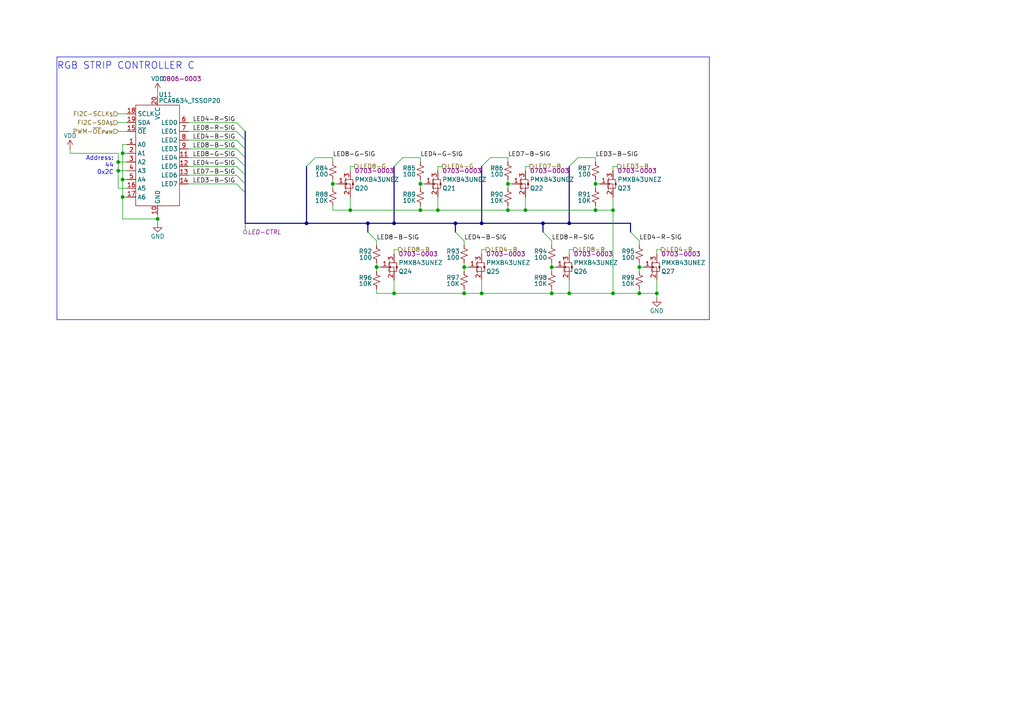
<source format=kicad_sch>
(kicad_sch (version 20230121) (generator eeschema)

  (uuid 249c118b-32b5-4f7f-b095-3035b46cf1d9)

  (paper "A4")

  (title_block
    (title "LightDrum")
    (rev "REV11")
    (company "Daxxn Industries")
  )

  (lib_symbols
    (symbol "Daxxn_IC:PCA9634_TSSOP20" (in_bom yes) (on_board yes)
      (property "Reference" "U" (at 1.27 16.51 0)
        (effects (font (size 1.27 1.27)) (justify left))
      )
      (property "Value" "PCA9634_TSSOP20" (at 1.27 19.05 0)
        (effects (font (size 1.27 1.27)) (justify left))
      )
      (property "Footprint" "Package_SO:TSSOP-20_4.4x6.5mm_P0.65mm" (at 0 29.21 0)
        (effects (font (size 1.27 1.27)) hide)
      )
      (property "Datasheet" "%LOCAL_DATASHEETS%\\PCA9634.pdf" (at 0 26.67 0)
        (effects (font (size 1.27 1.27)) hide)
      )
      (property "PartNumber" "0806-0003" (at 1.27 21.59 0)
        (effects (font (size 1.27 1.27)) (justify left))
      )
      (property "ki_keywords" "i2c led pwm" (at 0 0 0)
        (effects (font (size 1.27 1.27)) hide)
      )
      (property "ki_description" "Dimmable LED Driver I2C" (at 0 0 0)
        (effects (font (size 1.27 1.27)) hide)
      )
      (symbol "PCA9634_TSSOP20_0_0"
        (pin input line (at -8.89 2.54 0) (length 2.54)
          (name "A0" (effects (font (size 1.27 1.27))))
          (number "1" (effects (font (size 1.27 1.27))))
        )
        (pin power_in line (at 0 -17.78 90) (length 2.54)
          (name "GND" (effects (font (size 1.27 1.27))))
          (number "10" (effects (font (size 1.27 1.27))))
        )
        (pin output line (at 8.89 -1.27 180) (length 2.54)
          (name "LED4" (effects (font (size 1.27 1.27))))
          (number "11" (effects (font (size 1.27 1.27))))
        )
        (pin output line (at 8.89 -3.81 180) (length 2.54)
          (name "LED5" (effects (font (size 1.27 1.27))))
          (number "12" (effects (font (size 1.27 1.27))))
        )
        (pin output line (at 8.89 -6.35 180) (length 2.54)
          (name "LED6" (effects (font (size 1.27 1.27))))
          (number "13" (effects (font (size 1.27 1.27))))
        )
        (pin output line (at 8.89 -8.89 180) (length 2.54)
          (name "LED7" (effects (font (size 1.27 1.27))))
          (number "14" (effects (font (size 1.27 1.27))))
        )
        (pin input line (at -8.89 6.35 0) (length 2.54)
          (name "~{OE}" (effects (font (size 1.27 1.27))))
          (number "15" (effects (font (size 1.27 1.27))))
        )
        (pin input line (at -8.89 -10.16 0) (length 2.54)
          (name "A5" (effects (font (size 1.27 1.27))))
          (number "16" (effects (font (size 1.27 1.27))))
        )
        (pin input line (at -8.89 -12.7 0) (length 2.54)
          (name "A6" (effects (font (size 1.27 1.27))))
          (number "17" (effects (font (size 1.27 1.27))))
        )
        (pin input line (at -8.89 11.43 0) (length 2.54)
          (name "SCLK" (effects (font (size 1.27 1.27))))
          (number "18" (effects (font (size 1.27 1.27))))
        )
        (pin bidirectional line (at -8.89 8.89 0) (length 2.54)
          (name "SDA" (effects (font (size 1.27 1.27))))
          (number "19" (effects (font (size 1.27 1.27))))
        )
        (pin input line (at -8.89 0 0) (length 2.54)
          (name "A1" (effects (font (size 1.27 1.27))))
          (number "2" (effects (font (size 1.27 1.27))))
        )
        (pin power_in line (at 0 16.51 270) (length 2.54)
          (name "VCC" (effects (font (size 1.27 1.27))))
          (number "20" (effects (font (size 1.27 1.27))))
        )
        (pin input line (at -8.89 -2.54 0) (length 2.54)
          (name "A2" (effects (font (size 1.27 1.27))))
          (number "3" (effects (font (size 1.27 1.27))))
        )
        (pin input line (at -8.89 -5.08 0) (length 2.54)
          (name "A3" (effects (font (size 1.27 1.27))))
          (number "4" (effects (font (size 1.27 1.27))))
        )
        (pin input line (at -8.89 -7.62 0) (length 2.54)
          (name "A4" (effects (font (size 1.27 1.27))))
          (number "5" (effects (font (size 1.27 1.27))))
        )
        (pin output line (at 8.89 8.89 180) (length 2.54)
          (name "LED0" (effects (font (size 1.27 1.27))))
          (number "6" (effects (font (size 1.27 1.27))))
        )
        (pin output line (at 8.89 6.35 180) (length 2.54)
          (name "LED1" (effects (font (size 1.27 1.27))))
          (number "7" (effects (font (size 1.27 1.27))))
        )
        (pin output line (at 8.89 3.81 180) (length 2.54)
          (name "LED2" (effects (font (size 1.27 1.27))))
          (number "8" (effects (font (size 1.27 1.27))))
        )
        (pin output line (at 8.89 1.27 180) (length 2.54)
          (name "LED3" (effects (font (size 1.27 1.27))))
          (number "9" (effects (font (size 1.27 1.27))))
        )
      )
      (symbol "PCA9634_TSSOP20_0_1"
        (rectangle (start -6.35 13.97) (end 6.35 -15.24)
          (stroke (width 0) (type default))
          (fill (type none))
        )
      )
    )
    (symbol "Daxxn_Transistors:PMXB43UNEZ" (in_bom yes) (on_board yes)
      (property "Reference" "Q" (at 2.54 -1.27 0)
        (effects (font (size 1.27 1.27)) (justify left))
      )
      (property "Value" "PMXB43UNEZ" (at 2.54 1.27 0)
        (effects (font (size 1.27 1.27)) (justify left))
      )
      (property "Footprint" "Daxxn_Packages:DFN1010D-3" (at 1.27 15.24 0)
        (effects (font (size 1.27 1.27)) hide)
      )
      (property "Datasheet" "%LOCAL_DATASHEETS%/PMXB43UNE.pdf" (at 1.27 12.7 0)
        (effects (font (size 1.27 1.27)) hide)
      )
      (property "PartNumber" "0703-0003" (at 2.54 3.81 0)
        (effects (font (size 1.27 1.27)) (justify left))
      )
      (property "ki_keywords" "n-ch mosfet fet" (at 0 0 0)
        (effects (font (size 1.27 1.27)) hide)
      )
      (property "ki_description" "MOSFET N-CH 20V 3.2A" (at 0 0 0)
        (effects (font (size 1.27 1.27)) hide)
      )
      (symbol "PMXB43UNEZ_0_0"
        (pin input line (at -2.54 0 0) (length 2.25)
          (name "G" (effects (font (size 0 0))))
          (number "1" (effects (font (size 1.27 1.27))))
        )
        (pin bidirectional line (at 1.27 -3.81 90) (length 2.54)
          (name "S" (effects (font (size 0 0))))
          (number "2" (effects (font (size 1.27 1.27))))
        )
        (pin bidirectional line (at 1.27 3.81 270) (length 2.54)
          (name "D" (effects (font (size 0 0))))
          (number "3" (effects (font (size 1.27 1.27))))
        )
      )
      (symbol "PMXB43UNEZ_0_1"
        (polyline
          (pts
            (xy -0.254 -1.27)
            (xy -0.254 1.27)
          )
          (stroke (width 0) (type default))
          (fill (type none))
        )
        (polyline
          (pts
            (xy 0 -1.778)
            (xy 0 -0.762)
          )
          (stroke (width 0) (type default))
          (fill (type none))
        )
        (polyline
          (pts
            (xy 0 -0.508)
            (xy 0 0.508)
          )
          (stroke (width 0) (type default))
          (fill (type none))
        )
        (polyline
          (pts
            (xy 0 1.778)
            (xy 0 0.762)
          )
          (stroke (width 0) (type default))
          (fill (type none))
        )
        (polyline
          (pts
            (xy 1.778 0.254)
            (xy 2.286 0.254)
          )
          (stroke (width 0) (type default))
          (fill (type none))
        )
        (polyline
          (pts
            (xy 0 -1.27)
            (xy 1.27 -1.27)
            (xy 1.27 -1.27)
          )
          (stroke (width 0) (type default))
          (fill (type none))
        )
        (polyline
          (pts
            (xy 0 1.27)
            (xy 1.27 1.27)
            (xy 1.27 1.27)
          )
          (stroke (width 0) (type default))
          (fill (type none))
        )
        (polyline
          (pts
            (xy 1.27 -1.27)
            (xy 1.27 0)
            (xy 0 0)
          )
          (stroke (width 0) (type default))
          (fill (type none))
        )
        (polyline
          (pts
            (xy 0 0)
            (xy 0.254 0.254)
            (xy 0.254 -0.254)
            (xy 0 0)
          )
          (stroke (width 0) (type default))
          (fill (type none))
        )
        (polyline
          (pts
            (xy 1.27 -1.27)
            (xy 2.032 -1.27)
            (xy 2.032 1.27)
            (xy 1.27 1.27)
          )
          (stroke (width 0) (type default))
          (fill (type none))
        )
        (polyline
          (pts
            (xy 2.032 0.254)
            (xy 1.778 -0.254)
            (xy 2.286 -0.254)
            (xy 2.032 0.254)
          )
          (stroke (width 0) (type default))
          (fill (type outline))
        )
      )
    )
    (symbol "Device:R_Small_US" (pin_numbers hide) (pin_names (offset 0.254) hide) (in_bom yes) (on_board yes)
      (property "Reference" "R" (at 0.762 0.508 0)
        (effects (font (size 1.27 1.27)) (justify left))
      )
      (property "Value" "R_Small_US" (at 0.762 -1.016 0)
        (effects (font (size 1.27 1.27)) (justify left))
      )
      (property "Footprint" "" (at 0 0 0)
        (effects (font (size 1.27 1.27)) hide)
      )
      (property "Datasheet" "~" (at 0 0 0)
        (effects (font (size 1.27 1.27)) hide)
      )
      (property "ki_keywords" "r resistor" (at 0 0 0)
        (effects (font (size 1.27 1.27)) hide)
      )
      (property "ki_description" "Resistor, small US symbol" (at 0 0 0)
        (effects (font (size 1.27 1.27)) hide)
      )
      (property "ki_fp_filters" "R_*" (at 0 0 0)
        (effects (font (size 1.27 1.27)) hide)
      )
      (symbol "R_Small_US_1_1"
        (polyline
          (pts
            (xy 0 0)
            (xy 1.016 -0.381)
            (xy 0 -0.762)
            (xy -1.016 -1.143)
            (xy 0 -1.524)
          )
          (stroke (width 0) (type default))
          (fill (type none))
        )
        (polyline
          (pts
            (xy 0 1.524)
            (xy 1.016 1.143)
            (xy 0 0.762)
            (xy -1.016 0.381)
            (xy 0 0)
          )
          (stroke (width 0) (type default))
          (fill (type none))
        )
        (pin passive line (at 0 2.54 270) (length 1.016)
          (name "~" (effects (font (size 1.27 1.27))))
          (number "1" (effects (font (size 1.27 1.27))))
        )
        (pin passive line (at 0 -2.54 90) (length 1.016)
          (name "~" (effects (font (size 1.27 1.27))))
          (number "2" (effects (font (size 1.27 1.27))))
        )
      )
    )
    (symbol "power:GND" (power) (pin_names (offset 0)) (in_bom yes) (on_board yes)
      (property "Reference" "#PWR" (at 0 -6.35 0)
        (effects (font (size 1.27 1.27)) hide)
      )
      (property "Value" "GND" (at 0 -3.81 0)
        (effects (font (size 1.27 1.27)))
      )
      (property "Footprint" "" (at 0 0 0)
        (effects (font (size 1.27 1.27)) hide)
      )
      (property "Datasheet" "" (at 0 0 0)
        (effects (font (size 1.27 1.27)) hide)
      )
      (property "ki_keywords" "global power" (at 0 0 0)
        (effects (font (size 1.27 1.27)) hide)
      )
      (property "ki_description" "Power symbol creates a global label with name \"GND\" , ground" (at 0 0 0)
        (effects (font (size 1.27 1.27)) hide)
      )
      (symbol "GND_0_1"
        (polyline
          (pts
            (xy 0 0)
            (xy 0 -1.27)
            (xy 1.27 -1.27)
            (xy 0 -2.54)
            (xy -1.27 -1.27)
            (xy 0 -1.27)
          )
          (stroke (width 0) (type default))
          (fill (type none))
        )
      )
      (symbol "GND_1_1"
        (pin power_in line (at 0 0 270) (length 0) hide
          (name "GND" (effects (font (size 1.27 1.27))))
          (number "1" (effects (font (size 1.27 1.27))))
        )
      )
    )
    (symbol "power:VDD" (power) (pin_names (offset 0)) (in_bom yes) (on_board yes)
      (property "Reference" "#PWR" (at 0 -3.81 0)
        (effects (font (size 1.27 1.27)) hide)
      )
      (property "Value" "VDD" (at 0 3.81 0)
        (effects (font (size 1.27 1.27)))
      )
      (property "Footprint" "" (at 0 0 0)
        (effects (font (size 1.27 1.27)) hide)
      )
      (property "Datasheet" "" (at 0 0 0)
        (effects (font (size 1.27 1.27)) hide)
      )
      (property "ki_keywords" "global power" (at 0 0 0)
        (effects (font (size 1.27 1.27)) hide)
      )
      (property "ki_description" "Power symbol creates a global label with name \"VDD\"" (at 0 0 0)
        (effects (font (size 1.27 1.27)) hide)
      )
      (symbol "VDD_0_1"
        (polyline
          (pts
            (xy -0.762 1.27)
            (xy 0 2.54)
          )
          (stroke (width 0) (type default))
          (fill (type none))
        )
        (polyline
          (pts
            (xy 0 0)
            (xy 0 2.54)
          )
          (stroke (width 0) (type default))
          (fill (type none))
        )
        (polyline
          (pts
            (xy 0 2.54)
            (xy 0.762 1.27)
          )
          (stroke (width 0) (type default))
          (fill (type none))
        )
      )
      (symbol "VDD_1_1"
        (pin power_in line (at 0 0 90) (length 0) hide
          (name "VDD" (effects (font (size 1.27 1.27))))
          (number "1" (effects (font (size 1.27 1.27))))
        )
      )
    )
  )

  (junction (at 114.3 64.77) (diameter 0) (color 0 0 0 0)
    (uuid 08786910-8ea1-4c05-9d69-189673c5aeab)
  )
  (junction (at 160.02 77.47) (diameter 0) (color 0 0 0 0)
    (uuid 0fd56df2-b828-4ab9-b5a9-d7782f3e0762)
  )
  (junction (at 165.1 85.09) (diameter 0) (color 0 0 0 0)
    (uuid 1be1a9c0-e145-48a7-8f8a-6cd339b02e03)
  )
  (junction (at 177.8 60.96) (diameter 0) (color 0 0 0 0)
    (uuid 211023a6-bb32-47bd-9bba-389e272a2298)
  )
  (junction (at 177.8 85.09) (diameter 0) (color 0 0 0 0)
    (uuid 26600bb2-0351-4d47-a5e7-f1dfc67c5056)
  )
  (junction (at 172.72 53.34) (diameter 0) (color 0 0 0 0)
    (uuid 41c0d6b2-816a-4c1a-893c-98a267977c8f)
  )
  (junction (at 34.29 49.53) (diameter 0) (color 0 0 0 0)
    (uuid 438a9d10-8e75-44b9-a55a-5fa9990546d9)
  )
  (junction (at 35.56 52.07) (diameter 0) (color 0 0 0 0)
    (uuid 4661a15d-0d02-47b7-8583-ac93f102b8cf)
  )
  (junction (at 185.42 77.47) (diameter 0) (color 0 0 0 0)
    (uuid 46fb6d05-4eec-4b33-af0b-3957646f76b7)
  )
  (junction (at 109.22 77.47) (diameter 0) (color 0 0 0 0)
    (uuid 4bc7e125-0086-4a8d-872d-cf930aaee9a4)
  )
  (junction (at 134.62 85.09) (diameter 0) (color 0 0 0 0)
    (uuid 57c39350-db01-4fd9-b081-57ac72bb41b2)
  )
  (junction (at 160.02 85.09) (diameter 0) (color 0 0 0 0)
    (uuid 721186ec-a77e-4e39-967f-d190c191506b)
  )
  (junction (at 132.08 64.77) (diameter 0) (color 0 0 0 0)
    (uuid 744ca297-8235-4e9b-8713-927b3033ae0a)
  )
  (junction (at 134.62 77.47) (diameter 0) (color 0 0 0 0)
    (uuid 76a0fcea-bd3e-4822-9d2a-cc4d27910fe2)
  )
  (junction (at 147.32 60.96) (diameter 0) (color 0 0 0 0)
    (uuid 7f398a0a-4b60-4a0b-963a-33202977c0ee)
  )
  (junction (at 139.7 85.09) (diameter 0) (color 0 0 0 0)
    (uuid 878167ba-1a55-4716-9972-638680c29d4f)
  )
  (junction (at 35.56 44.45) (diameter 0) (color 0 0 0 0)
    (uuid 8d7e8313-df4d-4496-ab75-571610897c1e)
  )
  (junction (at 172.72 60.96) (diameter 0) (color 0 0 0 0)
    (uuid 98e0940f-e2ca-45d1-9234-024a37759ba2)
  )
  (junction (at 152.4 60.96) (diameter 0) (color 0 0 0 0)
    (uuid 9fe01eae-42ea-4f05-9396-7527922daf42)
  )
  (junction (at 121.92 60.96) (diameter 0) (color 0 0 0 0)
    (uuid a1753528-63db-4248-b2e3-1b1f678c154b)
  )
  (junction (at 45.72 63.5) (diameter 0) (color 0 0 0 0)
    (uuid b35d77d3-2b3a-4b1e-856f-3aafe4fd18e9)
  )
  (junction (at 190.5 85.09) (diameter 0) (color 0 0 0 0)
    (uuid b4a700da-4ce7-41db-bf8d-8b313ffbe2e9)
  )
  (junction (at 157.48 64.77) (diameter 0) (color 0 0 0 0)
    (uuid b4ac4a46-9c9c-4c4e-a235-b1313654eaf7)
  )
  (junction (at 127 60.96) (diameter 0) (color 0 0 0 0)
    (uuid b6c62e3b-dde9-4bec-b7dc-e965e2dc97ac)
  )
  (junction (at 185.42 85.09) (diameter 0) (color 0 0 0 0)
    (uuid bde032d1-5971-4a3b-8024-500296481fc9)
  )
  (junction (at 139.7 64.77) (diameter 0) (color 0 0 0 0)
    (uuid c1ae8d4c-3df8-4b5f-b3de-bc78fba19a01)
  )
  (junction (at 114.3 85.09) (diameter 0) (color 0 0 0 0)
    (uuid c5225569-d442-47c5-bfae-4de492c45d3b)
  )
  (junction (at 88.9 64.77) (diameter 0) (color 0 0 0 0)
    (uuid d2275784-90a9-4f98-bcdb-f21cd9db1d76)
  )
  (junction (at 121.92 53.34) (diameter 0) (color 0 0 0 0)
    (uuid dd0fe8b4-9d8f-4801-8506-fcdffd8b1f45)
  )
  (junction (at 147.32 53.34) (diameter 0) (color 0 0 0 0)
    (uuid e13f0f5c-c50a-4fcb-8783-eab43146186b)
  )
  (junction (at 96.52 53.34) (diameter 0) (color 0 0 0 0)
    (uuid e4c2df97-712b-4d29-8bfc-11cb175403b7)
  )
  (junction (at 34.29 46.99) (diameter 0) (color 0 0 0 0)
    (uuid e533541f-16ff-4d27-9820-32cb51ad64ed)
  )
  (junction (at 101.6 60.96) (diameter 0) (color 0 0 0 0)
    (uuid eaa93e98-f6ec-40da-aa6b-e06f56b258b9)
  )
  (junction (at 165.1 64.77) (diameter 0) (color 0 0 0 0)
    (uuid ee177b0b-841f-4d74-9367-f3d3f1475538)
  )
  (junction (at 106.68 64.77) (diameter 0) (color 0 0 0 0)
    (uuid ef55195c-3580-4254-a253-6cb8dfb2b3dd)
  )
  (junction (at 35.56 57.15) (diameter 0) (color 0 0 0 0)
    (uuid f11d5bc6-c661-4e82-9f32-f78b0ff5fc29)
  )

  (bus_entry (at 68.58 38.1) (size 2.54 2.54)
    (stroke (width 0) (type default))
    (uuid 4f17a185-d140-40f4-b5fd-ec47de3d45f6)
  )
  (bus_entry (at 68.58 40.64) (size 2.54 2.54)
    (stroke (width 0) (type default))
    (uuid 4f17a185-d140-40f4-b5fd-ec47de3d45f7)
  )
  (bus_entry (at 68.58 43.18) (size 2.54 2.54)
    (stroke (width 0) (type default))
    (uuid 4f17a185-d140-40f4-b5fd-ec47de3d45f8)
  )
  (bus_entry (at 68.58 45.72) (size 2.54 2.54)
    (stroke (width 0) (type default))
    (uuid 4f17a185-d140-40f4-b5fd-ec47de3d45f9)
  )
  (bus_entry (at 68.58 48.26) (size 2.54 2.54)
    (stroke (width 0) (type default))
    (uuid 4f17a185-d140-40f4-b5fd-ec47de3d45fa)
  )
  (bus_entry (at 68.58 50.8) (size 2.54 2.54)
    (stroke (width 0) (type default))
    (uuid 4f17a185-d140-40f4-b5fd-ec47de3d45fb)
  )
  (bus_entry (at 68.58 53.34) (size 2.54 2.54)
    (stroke (width 0) (type default))
    (uuid 4f17a185-d140-40f4-b5fd-ec47de3d45fc)
  )
  (bus_entry (at 68.58 35.56) (size 2.54 2.54)
    (stroke (width 0) (type default))
    (uuid 4f17a185-d140-40f4-b5fd-ec47de3d45fd)
  )
  (bus_entry (at 88.9 48.26) (size 2.54 -2.54)
    (stroke (width 0) (type default))
    (uuid f1ac87a8-c811-4bcd-8c4c-4d60c30a75ab)
  )
  (bus_entry (at 114.3 48.26) (size 2.54 -2.54)
    (stroke (width 0) (type default))
    (uuid f1ac87a8-c811-4bcd-8c4c-4d60c30a75ac)
  )
  (bus_entry (at 182.88 67.31) (size 2.54 2.54)
    (stroke (width 0) (type default))
    (uuid f1ac87a8-c811-4bcd-8c4c-4d60c30a75ad)
  )
  (bus_entry (at 165.1 48.26) (size 2.54 -2.54)
    (stroke (width 0) (type default))
    (uuid f1ac87a8-c811-4bcd-8c4c-4d60c30a75ae)
  )
  (bus_entry (at 139.7 48.26) (size 2.54 -2.54)
    (stroke (width 0) (type default))
    (uuid f1ac87a8-c811-4bcd-8c4c-4d60c30a75af)
  )
  (bus_entry (at 106.68 67.31) (size 2.54 2.54)
    (stroke (width 0) (type default))
    (uuid f1ac87a8-c811-4bcd-8c4c-4d60c30a75b0)
  )
  (bus_entry (at 132.08 67.31) (size 2.54 2.54)
    (stroke (width 0) (type default))
    (uuid f1ac87a8-c811-4bcd-8c4c-4d60c30a75b1)
  )
  (bus_entry (at 157.48 67.31) (size 2.54 2.54)
    (stroke (width 0) (type default))
    (uuid f1ac87a8-c811-4bcd-8c4c-4d60c30a75b2)
  )

  (wire (pts (xy 185.42 77.47) (xy 185.42 78.74))
    (stroke (width 0) (type default))
    (uuid 010905db-d94d-4558-b544-e6e8851b7d5b)
  )
  (wire (pts (xy 165.1 85.09) (xy 177.8 85.09))
    (stroke (width 0) (type default))
    (uuid 05f82098-4f10-42cd-95da-de0344e99729)
  )
  (wire (pts (xy 114.3 73.66) (xy 114.3 72.39))
    (stroke (width 0) (type default))
    (uuid 081249a9-c788-4832-a5e6-037fa70ba966)
  )
  (wire (pts (xy 35.56 63.5) (xy 45.72 63.5))
    (stroke (width 0) (type default))
    (uuid 081b3d65-8d58-4f9b-92d5-dc609b06906b)
  )
  (wire (pts (xy 160.02 77.47) (xy 161.29 77.47))
    (stroke (width 0) (type default))
    (uuid 09f552f1-c362-4c30-a964-5cec0a533cb4)
  )
  (wire (pts (xy 134.62 77.47) (xy 134.62 78.74))
    (stroke (width 0) (type default))
    (uuid 0c3682a2-0342-47ba-9f39-07c4828ae386)
  )
  (polyline (pts (xy 16.51 16.51) (xy 16.51 92.71))
    (stroke (width 0) (type default))
    (uuid 117469d5-34ba-4e44-a00d-bbfccc1da4a4)
  )

  (wire (pts (xy 121.92 60.96) (xy 127 60.96))
    (stroke (width 0) (type default))
    (uuid 11d2bb3d-d512-42af-8808-59e4ba26a82f)
  )
  (bus (pts (xy 165.1 64.77) (xy 157.48 64.77))
    (stroke (width 0) (type default))
    (uuid 163d1a71-a4fc-4a66-9b58-20bde88a5e59)
  )

  (wire (pts (xy 54.61 38.1) (xy 68.58 38.1))
    (stroke (width 0) (type default))
    (uuid 1755ca16-85bc-4b7e-af35-e8d82fb797ec)
  )
  (wire (pts (xy 177.8 60.96) (xy 177.8 85.09))
    (stroke (width 0) (type default))
    (uuid 180e9f85-f1fa-443c-8ce7-d81337f785fd)
  )
  (wire (pts (xy 109.22 77.47) (xy 110.49 77.47))
    (stroke (width 0) (type default))
    (uuid 181a48aa-bb4a-4f99-b0a9-e065760bf555)
  )
  (wire (pts (xy 96.52 60.96) (xy 101.6 60.96))
    (stroke (width 0) (type default))
    (uuid 196012b7-e25d-4ca1-8738-dd52a8483b0c)
  )
  (wire (pts (xy 34.29 33.02) (xy 36.83 33.02))
    (stroke (width 0) (type default))
    (uuid 1ce2baa3-cdb0-4d8b-8cf9-fde1a04b81b0)
  )
  (wire (pts (xy 172.72 59.69) (xy 172.72 60.96))
    (stroke (width 0) (type default))
    (uuid 1fdf9d49-1e60-4c56-bae8-aa5a3ca2f95a)
  )
  (wire (pts (xy 177.8 85.09) (xy 185.42 85.09))
    (stroke (width 0) (type default))
    (uuid 239c8ac8-0601-4006-a30a-307adc75ad99)
  )
  (wire (pts (xy 101.6 49.53) (xy 101.6 48.26))
    (stroke (width 0) (type default))
    (uuid 23b987b2-8221-431e-9775-86d2ed38d867)
  )
  (wire (pts (xy 134.62 83.82) (xy 134.62 85.09))
    (stroke (width 0) (type default))
    (uuid 23f9f66f-b8dc-401c-be0f-380522282ff7)
  )
  (bus (pts (xy 106.68 64.77) (xy 106.68 67.31))
    (stroke (width 0) (type default))
    (uuid 255f56cc-3f95-4f26-be4b-2b0a48ac9681)
  )

  (wire (pts (xy 109.22 85.09) (xy 114.3 85.09))
    (stroke (width 0) (type default))
    (uuid 27d3a418-4120-4dc2-a4dc-300c82817cc6)
  )
  (wire (pts (xy 109.22 69.85) (xy 109.22 71.12))
    (stroke (width 0) (type default))
    (uuid 2d25a0cc-0667-40f5-9c89-629553272bbc)
  )
  (wire (pts (xy 172.72 53.34) (xy 173.99 53.34))
    (stroke (width 0) (type default))
    (uuid 31c73067-4df2-48d6-a04b-5515f621f937)
  )
  (wire (pts (xy 185.42 83.82) (xy 185.42 85.09))
    (stroke (width 0) (type default))
    (uuid 327032da-ae22-4e66-90b1-c63baf5237f2)
  )
  (wire (pts (xy 139.7 85.09) (xy 160.02 85.09))
    (stroke (width 0) (type default))
    (uuid 32bc7d27-823e-4fdc-bb4e-cd0ea56f58ec)
  )
  (wire (pts (xy 34.29 35.56) (xy 36.83 35.56))
    (stroke (width 0) (type default))
    (uuid 3ad80627-7b29-47d5-bf3c-b2c74345925d)
  )
  (wire (pts (xy 121.92 45.72) (xy 121.92 46.99))
    (stroke (width 0) (type default))
    (uuid 3c10d590-d05c-4400-a2e9-1a92ce120b29)
  )
  (wire (pts (xy 54.61 53.34) (xy 68.58 53.34))
    (stroke (width 0) (type default))
    (uuid 3c360530-c129-4340-9f42-2973a41eb387)
  )
  (wire (pts (xy 54.61 35.56) (xy 68.58 35.56))
    (stroke (width 0) (type default))
    (uuid 3ceec677-b613-4f61-906f-15eb822a6739)
  )
  (wire (pts (xy 127 48.26) (xy 128.27 48.26))
    (stroke (width 0) (type default))
    (uuid 3d53e863-7c48-4054-8d3b-310573562273)
  )
  (bus (pts (xy 114.3 64.77) (xy 132.08 64.77))
    (stroke (width 0) (type default))
    (uuid 40521e29-fbe2-4b9f-aae9-5ad3bd3691d0)
  )

  (wire (pts (xy 114.3 81.28) (xy 114.3 85.09))
    (stroke (width 0) (type default))
    (uuid 4211cf26-fadd-4ff6-9f3e-cdea0d04073a)
  )
  (wire (pts (xy 54.61 45.72) (xy 68.58 45.72))
    (stroke (width 0) (type default))
    (uuid 422011ef-d233-438d-a0a7-980f915fd57e)
  )
  (wire (pts (xy 121.92 52.07) (xy 121.92 53.34))
    (stroke (width 0) (type default))
    (uuid 44d8d76c-a497-4ba9-805a-32186d9f5290)
  )
  (wire (pts (xy 134.62 69.85) (xy 134.62 71.12))
    (stroke (width 0) (type default))
    (uuid 4530cf85-a3bf-476a-b207-a6c62e2bdfc9)
  )
  (wire (pts (xy 34.29 44.45) (xy 34.29 46.99))
    (stroke (width 0) (type default))
    (uuid 4aba0570-361a-43a1-8475-4e31d3442aa1)
  )
  (wire (pts (xy 172.72 53.34) (xy 172.72 54.61))
    (stroke (width 0) (type default))
    (uuid 4addaf43-033d-46d5-93c7-e48bb12be78f)
  )
  (wire (pts (xy 134.62 85.09) (xy 139.7 85.09))
    (stroke (width 0) (type default))
    (uuid 4f155670-7994-4496-bbe1-f68ab132e53a)
  )
  (bus (pts (xy 71.12 53.34) (xy 71.12 55.88))
    (stroke (width 0) (type default))
    (uuid 4f4d52ce-1a1c-444a-bb4d-588e685a9c17)
  )

  (wire (pts (xy 160.02 77.47) (xy 160.02 78.74))
    (stroke (width 0) (type default))
    (uuid 51bb793f-a434-47a8-ae18-30a8431e26d6)
  )
  (wire (pts (xy 160.02 83.82) (xy 160.02 85.09))
    (stroke (width 0) (type default))
    (uuid 51ee832e-ac16-4ec5-8c18-12357a16c3ab)
  )
  (wire (pts (xy 96.52 53.34) (xy 96.52 54.61))
    (stroke (width 0) (type default))
    (uuid 53a809c6-b8df-4d57-9790-7cb30b11d856)
  )
  (bus (pts (xy 71.12 50.8) (xy 71.12 53.34))
    (stroke (width 0) (type default))
    (uuid 5400b464-17d3-4eeb-9922-ff1e0fbf2bb4)
  )
  (bus (pts (xy 71.12 45.72) (xy 71.12 48.26))
    (stroke (width 0) (type default))
    (uuid 56220735-8ac4-4122-8756-5d6ace6a3fbd)
  )

  (wire (pts (xy 121.92 59.69) (xy 121.92 60.96))
    (stroke (width 0) (type default))
    (uuid 57b34cf8-d321-433b-b4f7-e32afcd543de)
  )
  (wire (pts (xy 172.72 60.96) (xy 177.8 60.96))
    (stroke (width 0) (type default))
    (uuid 5aa3b26d-2dff-435d-8dab-1aea2f380582)
  )
  (wire (pts (xy 172.72 45.72) (xy 172.72 46.99))
    (stroke (width 0) (type default))
    (uuid 5ab89667-a3f7-4c04-9ea5-5758a36bb704)
  )
  (wire (pts (xy 160.02 76.2) (xy 160.02 77.47))
    (stroke (width 0) (type default))
    (uuid 5d8a55e7-10ae-4d7c-a91b-5165f99a71fb)
  )
  (wire (pts (xy 36.83 41.91) (xy 35.56 41.91))
    (stroke (width 0) (type default))
    (uuid 5dede6fa-d5cc-4b33-b87c-da7dbe6262a3)
  )
  (wire (pts (xy 35.56 44.45) (xy 35.56 52.07))
    (stroke (width 0) (type default))
    (uuid 5f23ab91-5107-499e-850f-2aaf46ed6ce9)
  )
  (wire (pts (xy 190.5 81.28) (xy 190.5 85.09))
    (stroke (width 0) (type default))
    (uuid 5f71bd68-1974-4b8a-b250-00eed11884ed)
  )
  (wire (pts (xy 127 60.96) (xy 147.32 60.96))
    (stroke (width 0) (type default))
    (uuid 602198de-0193-41d8-bbac-a587b9de27e7)
  )
  (wire (pts (xy 116.84 45.72) (xy 121.92 45.72))
    (stroke (width 0) (type default))
    (uuid 65d293ac-ceb4-45aa-8ac1-cf7663ea8e65)
  )
  (wire (pts (xy 35.56 41.91) (xy 35.56 44.45))
    (stroke (width 0) (type default))
    (uuid 65f39765-afab-4f27-956f-012157d8f786)
  )
  (wire (pts (xy 185.42 76.2) (xy 185.42 77.47))
    (stroke (width 0) (type default))
    (uuid 66229e9c-1627-4360-a174-e5073d998626)
  )
  (wire (pts (xy 147.32 45.72) (xy 147.32 46.99))
    (stroke (width 0) (type default))
    (uuid 67155e95-6e1b-4990-bf3d-54f711cdcca3)
  )
  (bus (pts (xy 165.1 64.77) (xy 182.88 64.77))
    (stroke (width 0) (type default))
    (uuid 68afef03-1d71-4399-a47a-cefe00d984d5)
  )

  (wire (pts (xy 34.29 46.99) (xy 36.83 46.99))
    (stroke (width 0) (type default))
    (uuid 6ac6d00d-420f-43f9-9fd6-9ffee8d9f07a)
  )
  (wire (pts (xy 152.4 48.26) (xy 153.67 48.26))
    (stroke (width 0) (type default))
    (uuid 6ad4efb0-e258-4512-a374-526b874d92cc)
  )
  (wire (pts (xy 147.32 52.07) (xy 147.32 53.34))
    (stroke (width 0) (type default))
    (uuid 6ccdd135-4845-4183-a852-7d4bf33f6c74)
  )
  (bus (pts (xy 139.7 64.77) (xy 132.08 64.77))
    (stroke (width 0) (type default))
    (uuid 6dc6f7a4-872e-4ebb-ba46-fd8e2bd2fb20)
  )

  (wire (pts (xy 35.56 57.15) (xy 35.56 63.5))
    (stroke (width 0) (type default))
    (uuid 71a1ee8f-1762-47c2-90db-7251d47e68ab)
  )
  (wire (pts (xy 35.56 44.45) (xy 36.83 44.45))
    (stroke (width 0) (type default))
    (uuid 724117be-0e6c-4fe1-9d8d-b731235b4990)
  )
  (wire (pts (xy 35.56 52.07) (xy 36.83 52.07))
    (stroke (width 0) (type default))
    (uuid 754fac12-bf78-4bae-844a-a6f9066026f2)
  )
  (wire (pts (xy 45.72 26.67) (xy 45.72 27.94))
    (stroke (width 0) (type default))
    (uuid 75736b47-aeae-4ab4-9477-ef865eaa1d64)
  )
  (wire (pts (xy 152.4 57.15) (xy 152.4 60.96))
    (stroke (width 0) (type default))
    (uuid 78ece678-a440-4eea-a777-482933b4b3da)
  )
  (wire (pts (xy 134.62 77.47) (xy 135.89 77.47))
    (stroke (width 0) (type default))
    (uuid 7b3b936f-26ee-4a87-a770-d3371c7614b0)
  )
  (wire (pts (xy 96.52 45.72) (xy 96.52 46.99))
    (stroke (width 0) (type default))
    (uuid 7c2665b4-f532-4046-a4ca-8ed0392be116)
  )
  (wire (pts (xy 127 57.15) (xy 127 60.96))
    (stroke (width 0) (type default))
    (uuid 7e179753-7e3e-4462-a14b-f032b2ddb5ba)
  )
  (wire (pts (xy 190.5 85.09) (xy 190.5 86.36))
    (stroke (width 0) (type default))
    (uuid 7edab4b8-2550-42ee-b488-3aaaff1e7c8c)
  )
  (wire (pts (xy 152.4 49.53) (xy 152.4 48.26))
    (stroke (width 0) (type default))
    (uuid 7f3e95ec-8549-4459-ab01-174b129f4b16)
  )
  (wire (pts (xy 142.24 45.72) (xy 147.32 45.72))
    (stroke (width 0) (type default))
    (uuid 80f51c93-17ef-4542-b2ae-cfcae7ae48de)
  )
  (wire (pts (xy 35.56 52.07) (xy 35.56 57.15))
    (stroke (width 0) (type default))
    (uuid 82303ec7-9d50-435b-ac52-53267ca75f47)
  )
  (wire (pts (xy 101.6 48.26) (xy 102.87 48.26))
    (stroke (width 0) (type default))
    (uuid 8261d53a-4ccc-4ad4-b63b-19e15affbd54)
  )
  (wire (pts (xy 139.7 72.39) (xy 140.97 72.39))
    (stroke (width 0) (type default))
    (uuid 82a77cf7-e124-4dcc-94d6-5d577b79d434)
  )
  (wire (pts (xy 34.29 54.61) (xy 36.83 54.61))
    (stroke (width 0) (type default))
    (uuid 835c0dd9-7fce-4519-be49-a2775b122a61)
  )
  (wire (pts (xy 35.56 57.15) (xy 36.83 57.15))
    (stroke (width 0) (type default))
    (uuid 84ede8c0-2e51-4e87-8018-a9d3822916a1)
  )
  (wire (pts (xy 185.42 85.09) (xy 190.5 85.09))
    (stroke (width 0) (type default))
    (uuid 862e99d2-12a5-4352-aef1-ed1cdf5a3d35)
  )
  (bus (pts (xy 132.08 64.77) (xy 132.08 67.31))
    (stroke (width 0) (type default))
    (uuid 8c3299e2-d3f2-4474-9328-34cfce92b8e2)
  )
  (bus (pts (xy 88.9 64.77) (xy 71.12 64.77))
    (stroke (width 0) (type default))
    (uuid 8d8e6de3-def9-4ef2-99dd-b9cb5748ee41)
  )

  (wire (pts (xy 34.29 49.53) (xy 36.83 49.53))
    (stroke (width 0) (type default))
    (uuid 8e4c21be-9616-4ada-9304-886a39aa74c3)
  )
  (wire (pts (xy 34.29 49.53) (xy 34.29 54.61))
    (stroke (width 0) (type default))
    (uuid 903abc31-7b68-40e4-bd7e-ec9b47aed89f)
  )
  (bus (pts (xy 182.88 64.77) (xy 182.88 67.31))
    (stroke (width 0) (type default))
    (uuid 93563905-b120-4f47-bba4-44953d1546ad)
  )

  (wire (pts (xy 54.61 50.8) (xy 68.58 50.8))
    (stroke (width 0) (type default))
    (uuid 94b881ca-176c-41fb-b938-a260e7b951fa)
  )
  (bus (pts (xy 71.12 48.26) (xy 71.12 50.8))
    (stroke (width 0) (type default))
    (uuid 951690e3-975e-4b97-a1fd-2b369e97f27e)
  )

  (wire (pts (xy 20.32 43.18) (xy 20.32 44.45))
    (stroke (width 0) (type default))
    (uuid 968dc01c-063f-4d1b-81b3-8db699d0e9b4)
  )
  (wire (pts (xy 54.61 40.64) (xy 68.58 40.64))
    (stroke (width 0) (type default))
    (uuid 96e60fdb-cf59-408d-b028-2534db168f0d)
  )
  (bus (pts (xy 114.3 48.26) (xy 114.3 64.77))
    (stroke (width 0) (type default))
    (uuid 970fb8a2-d265-4ca6-90ed-6c879ea9be31)
  )

  (wire (pts (xy 127 49.53) (xy 127 48.26))
    (stroke (width 0) (type default))
    (uuid 978c1f24-6a5f-4259-a670-b0f22b3d7a7e)
  )
  (wire (pts (xy 121.92 53.34) (xy 123.19 53.34))
    (stroke (width 0) (type default))
    (uuid 9a47f619-19a4-48fb-b4e5-7c7eaacfcf3a)
  )
  (bus (pts (xy 157.48 64.77) (xy 157.48 67.31))
    (stroke (width 0) (type default))
    (uuid 9fb251cb-037d-41ab-9898-a85f90176f3e)
  )
  (bus (pts (xy 139.7 64.77) (xy 157.48 64.77))
    (stroke (width 0) (type default))
    (uuid a211b741-65b4-4006-976f-19c30b2fc7e4)
  )

  (wire (pts (xy 45.72 63.5) (xy 45.72 64.77))
    (stroke (width 0) (type default))
    (uuid a2d77c6b-7d90-4f5d-aa54-6bcaec4ea010)
  )
  (bus (pts (xy 165.1 48.26) (xy 165.1 64.77))
    (stroke (width 0) (type default))
    (uuid a54d5661-42c6-4128-9396-d6633615dc14)
  )

  (wire (pts (xy 96.52 53.34) (xy 97.79 53.34))
    (stroke (width 0) (type default))
    (uuid a56d2e7c-ba12-44f7-b970-e5dcf00d53fc)
  )
  (wire (pts (xy 96.52 59.69) (xy 96.52 60.96))
    (stroke (width 0) (type default))
    (uuid a95ba667-224d-43a5-9473-b944a3c9cf04)
  )
  (wire (pts (xy 147.32 60.96) (xy 152.4 60.96))
    (stroke (width 0) (type default))
    (uuid a9afcd1d-3aef-4326-8c21-be5877d1ceff)
  )
  (wire (pts (xy 190.5 72.39) (xy 191.77 72.39))
    (stroke (width 0) (type default))
    (uuid ab53ca19-20bc-4d7b-856c-8a8b09e7c4fb)
  )
  (wire (pts (xy 152.4 60.96) (xy 172.72 60.96))
    (stroke (width 0) (type default))
    (uuid ab792263-338b-46f8-81a1-8b334ccd5a48)
  )
  (wire (pts (xy 160.02 69.85) (xy 160.02 71.12))
    (stroke (width 0) (type default))
    (uuid adb51af5-084a-492f-9f04-957a1971f3a9)
  )
  (wire (pts (xy 96.52 52.07) (xy 96.52 53.34))
    (stroke (width 0) (type default))
    (uuid ae1c7f72-c607-46b1-a3d2-c8bc30409454)
  )
  (bus (pts (xy 71.12 40.64) (xy 71.12 43.18))
    (stroke (width 0) (type default))
    (uuid aec0606a-ac74-443d-afaf-a9b0a2d414c0)
  )

  (wire (pts (xy 165.1 73.66) (xy 165.1 72.39))
    (stroke (width 0) (type default))
    (uuid b1cf9264-2476-4386-a5f5-7d5e482adb1a)
  )
  (wire (pts (xy 34.29 46.99) (xy 34.29 49.53))
    (stroke (width 0) (type default))
    (uuid b612ec34-4e60-40c6-8dfa-ae022674664f)
  )
  (wire (pts (xy 134.62 76.2) (xy 134.62 77.47))
    (stroke (width 0) (type default))
    (uuid b801f33a-fa49-4e82-a1ea-7075778c1bc9)
  )
  (wire (pts (xy 20.32 44.45) (xy 34.29 44.45))
    (stroke (width 0) (type default))
    (uuid b9212755-4d72-4bd7-82c3-5b001dc7e1c7)
  )
  (wire (pts (xy 177.8 48.26) (xy 179.07 48.26))
    (stroke (width 0) (type default))
    (uuid b980b8a1-1c84-4caa-9e8b-abdf7aeb9dc7)
  )
  (bus (pts (xy 114.3 64.77) (xy 106.68 64.77))
    (stroke (width 0) (type default))
    (uuid ba6237c6-196a-4b9c-a245-dfb533a0b08e)
  )

  (wire (pts (xy 139.7 73.66) (xy 139.7 72.39))
    (stroke (width 0) (type default))
    (uuid bade8acc-fdf4-47ff-8e77-79b79cfc4beb)
  )
  (polyline (pts (xy 16.51 16.51) (xy 205.74 16.51))
    (stroke (width 0) (type default))
    (uuid bc9465df-add2-4f07-9260-d9b43eb80e3c)
  )

  (wire (pts (xy 114.3 72.39) (xy 115.57 72.39))
    (stroke (width 0) (type default))
    (uuid bd183143-5881-4856-890d-b2d0196ebfca)
  )
  (bus (pts (xy 71.12 38.1) (xy 71.12 40.64))
    (stroke (width 0) (type default))
    (uuid be185c71-2933-4b23-8094-4202aedac3a0)
  )

  (wire (pts (xy 190.5 73.66) (xy 190.5 72.39))
    (stroke (width 0) (type default))
    (uuid be268243-c02a-4bb5-b5ab-bd78ea45a258)
  )
  (bus (pts (xy 88.9 64.77) (xy 106.68 64.77))
    (stroke (width 0) (type default))
    (uuid be610ee8-d50f-4fd4-848c-e22ab64b4774)
  )

  (wire (pts (xy 109.22 77.47) (xy 109.22 78.74))
    (stroke (width 0) (type default))
    (uuid c1d1aef6-394c-4562-844e-16e68fe23e02)
  )
  (wire (pts (xy 54.61 48.26) (xy 68.58 48.26))
    (stroke (width 0) (type default))
    (uuid c2412e0b-5fa8-4a6b-ac4c-abfa72aa2df4)
  )
  (wire (pts (xy 101.6 60.96) (xy 121.92 60.96))
    (stroke (width 0) (type default))
    (uuid c44289af-208a-4d0e-976b-ba6457ab7d02)
  )
  (wire (pts (xy 165.1 72.39) (xy 166.37 72.39))
    (stroke (width 0) (type default))
    (uuid c73f88cc-a170-4a53-a902-f87e2aefb19c)
  )
  (bus (pts (xy 71.12 55.88) (xy 71.12 64.77))
    (stroke (width 0) (type default))
    (uuid ccd7da44-60b9-4609-8c2e-4b01528b93ef)
  )

  (wire (pts (xy 54.61 43.18) (xy 68.58 43.18))
    (stroke (width 0) (type default))
    (uuid cfdefd4c-5591-4005-a49b-0e083d86c344)
  )
  (wire (pts (xy 185.42 69.85) (xy 185.42 71.12))
    (stroke (width 0) (type default))
    (uuid d0c3d102-8c42-4568-bc13-98ecf83c405f)
  )
  (wire (pts (xy 91.44 45.72) (xy 96.52 45.72))
    (stroke (width 0) (type default))
    (uuid d0ef0be7-4b2e-4b30-ba06-bee1eb952c44)
  )
  (wire (pts (xy 177.8 49.53) (xy 177.8 48.26))
    (stroke (width 0) (type default))
    (uuid d2981465-5ce5-44b2-b8cd-21c06783fbfb)
  )
  (wire (pts (xy 114.3 85.09) (xy 134.62 85.09))
    (stroke (width 0) (type default))
    (uuid d466a4aa-dbc5-45e4-939e-420225b3110a)
  )
  (bus (pts (xy 71.12 43.18) (xy 71.12 45.72))
    (stroke (width 0) (type default))
    (uuid d6a404d1-03f2-42cd-84b1-9f0320259bd0)
  )

  (wire (pts (xy 45.72 62.23) (xy 45.72 63.5))
    (stroke (width 0) (type default))
    (uuid d7277c22-7dec-4f68-80d7-a3de8df684fd)
  )
  (wire (pts (xy 34.29 38.1) (xy 36.83 38.1))
    (stroke (width 0) (type default))
    (uuid d7af5cd8-2407-45b9-ae3b-9f15f38618a3)
  )
  (wire (pts (xy 172.72 52.07) (xy 172.72 53.34))
    (stroke (width 0) (type default))
    (uuid d84dc7ef-a809-43f6-8f29-918dbf8d0586)
  )
  (polyline (pts (xy 205.74 16.51) (xy 205.74 92.71))
    (stroke (width 0) (type default))
    (uuid d8510133-d6dc-4ec0-9971-e76c56782754)
  )

  (wire (pts (xy 139.7 81.28) (xy 139.7 85.09))
    (stroke (width 0) (type default))
    (uuid d9c855be-d6b3-48f3-bef9-9e082a0fcc6d)
  )
  (polyline (pts (xy 205.74 92.71) (xy 16.51 92.71))
    (stroke (width 0) (type default))
    (uuid dee47558-7013-4ea0-a549-8ebdb44c994d)
  )

  (wire (pts (xy 185.42 77.47) (xy 186.69 77.47))
    (stroke (width 0) (type default))
    (uuid e29430b0-7306-41db-abc4-2680aef62cdf)
  )
  (bus (pts (xy 88.9 48.26) (xy 88.9 64.77))
    (stroke (width 0) (type default))
    (uuid e44d2bae-a76f-44e7-ad46-f3c69e30542c)
  )

  (wire (pts (xy 147.32 53.34) (xy 147.32 54.61))
    (stroke (width 0) (type default))
    (uuid e44faa24-8504-4955-83bc-1fe6932dd2c3)
  )
  (wire (pts (xy 160.02 85.09) (xy 165.1 85.09))
    (stroke (width 0) (type default))
    (uuid e4f987bd-e13b-4df6-a7f4-efa0761d2976)
  )
  (wire (pts (xy 167.64 45.72) (xy 172.72 45.72))
    (stroke (width 0) (type default))
    (uuid eb38f15c-1aee-4d01-bb56-b8c5a967b75a)
  )
  (wire (pts (xy 147.32 53.34) (xy 148.59 53.34))
    (stroke (width 0) (type default))
    (uuid ed1075a7-a5fc-4a0e-ae95-d7f16e6c5191)
  )
  (wire (pts (xy 121.92 53.34) (xy 121.92 54.61))
    (stroke (width 0) (type default))
    (uuid ed66467e-3333-4344-af96-17ec66e5aa9e)
  )
  (wire (pts (xy 147.32 59.69) (xy 147.32 60.96))
    (stroke (width 0) (type default))
    (uuid f0bd9dca-7f3b-4e1d-b211-5fa558940ae1)
  )
  (wire (pts (xy 109.22 76.2) (xy 109.22 77.47))
    (stroke (width 0) (type default))
    (uuid f470a221-1ddc-42aa-ab9a-3be53092c716)
  )
  (bus (pts (xy 139.7 48.26) (xy 139.7 64.77))
    (stroke (width 0) (type default))
    (uuid fa948dfc-85f4-4914-85b4-8079d1d359f6)
  )

  (wire (pts (xy 109.22 83.82) (xy 109.22 85.09))
    (stroke (width 0) (type default))
    (uuid fc1ebbaa-a5b5-4f0e-8c5e-4c3d7b0b8bc3)
  )
  (wire (pts (xy 177.8 60.96) (xy 177.8 57.15))
    (stroke (width 0) (type default))
    (uuid fcd8a3f8-c033-4d15-9aa8-af40520fe93d)
  )
  (wire (pts (xy 165.1 81.28) (xy 165.1 85.09))
    (stroke (width 0) (type default))
    (uuid fcf4fcda-fe4e-445b-a69d-e72c9b0c2690)
  )
  (wire (pts (xy 101.6 57.15) (xy 101.6 60.96))
    (stroke (width 0) (type default))
    (uuid fdca6909-a2e7-4729-8e9b-292e756b937c)
  )

  (text "Address:\n44\n0x2C" (at 33.02 50.8 0)
    (effects (font (size 1.27 1.27)) (justify right bottom))
    (uuid 5b0c690f-703a-4756-a8f8-1d6aeb03a96c)
  )
  (text "RGB STRIP CONTROLLER C" (at 16.51 20.32 0)
    (effects (font (size 2 2)) (justify left bottom))
    (uuid 6d466de7-884f-4214-8f46-5e7e635d56f3)
  )

  (label "LED8-G-SIG" (at 96.52 45.72 0) (fields_autoplaced)
    (effects (font (size 1.27 1.27)) (justify left bottom))
    (uuid 07081d6e-110e-4d61-a7d6-2508c1e8f521)
  )
  (label "LED8-R-SIG" (at 160.02 69.85 0) (fields_autoplaced)
    (effects (font (size 1.27 1.27)) (justify left bottom))
    (uuid 0a8fa721-71c4-475f-b366-897301794251)
  )
  (label "LED8-G-SIG" (at 55.88 45.72 0) (fields_autoplaced)
    (effects (font (size 1.27 1.27)) (justify left bottom))
    (uuid 0a9d7297-be26-48d6-b230-ea0e73bb116f)
  )
  (label "LED4-B-SIG" (at 55.88 40.64 0) (fields_autoplaced)
    (effects (font (size 1.27 1.27)) (justify left bottom))
    (uuid 2150e5fb-a2ac-4ac9-971d-102d50281432)
  )
  (label "LED3-B-SIG" (at 55.88 53.34 0) (fields_autoplaced)
    (effects (font (size 1.27 1.27)) (justify left bottom))
    (uuid 215e8798-f2d1-42cf-966b-4641636a9096)
  )
  (label "LED8-B-SIG" (at 55.88 43.18 0) (fields_autoplaced)
    (effects (font (size 1.27 1.27)) (justify left bottom))
    (uuid 2c857bbd-2d26-4a78-98cc-f7c4a5846465)
  )
  (label "LED4-B-SIG" (at 134.62 69.85 0) (fields_autoplaced)
    (effects (font (size 1.27 1.27)) (justify left bottom))
    (uuid 399f9cf0-89d0-44ab-b118-777478167b1e)
  )
  (label "LED4-G-SIG" (at 121.92 45.72 0) (fields_autoplaced)
    (effects (font (size 1.27 1.27)) (justify left bottom))
    (uuid 4d0d0175-a08a-480d-b23c-68e61565bae0)
  )
  (label "LED7-B-SIG" (at 147.32 45.72 0) (fields_autoplaced)
    (effects (font (size 1.27 1.27)) (justify left bottom))
    (uuid 73dc3986-d505-401a-9611-2bae2d315e16)
  )
  (label "LED8-B-SIG" (at 109.22 69.85 0) (fields_autoplaced)
    (effects (font (size 1.27 1.27)) (justify left bottom))
    (uuid 787ce0c1-0959-4c1c-85ac-ac06c70d6d85)
  )
  (label "LED7-B-SIG" (at 55.88 50.8 0) (fields_autoplaced)
    (effects (font (size 1.27 1.27)) (justify left bottom))
    (uuid 7ce128c0-bf95-42a9-b468-d40c96947b0c)
  )
  (label "LED4-R-SIG" (at 55.88 35.56 0) (fields_autoplaced)
    (effects (font (size 1.27 1.27)) (justify left bottom))
    (uuid a28ff866-c337-437b-8f22-53f516ce6845)
  )
  (label "LED8-R-SIG" (at 55.88 38.1 0) (fields_autoplaced)
    (effects (font (size 1.27 1.27)) (justify left bottom))
    (uuid cedf346c-9803-4557-90e1-dbad0246476a)
  )
  (label "LED4-G-SIG" (at 55.88 48.26 0) (fields_autoplaced)
    (effects (font (size 1.27 1.27)) (justify left bottom))
    (uuid f34f2ac7-47ff-4d73-a37e-fa903b8bbf23)
  )
  (label "LED3-B-SIG" (at 172.72 45.72 0) (fields_autoplaced)
    (effects (font (size 1.27 1.27)) (justify left bottom))
    (uuid fce1e110-7b73-4fcd-9a5d-a64e6df319ee)
  )
  (label "LED4-R-SIG" (at 185.42 69.85 0) (fields_autoplaced)
    (effects (font (size 1.27 1.27)) (justify left bottom))
    (uuid fe172af2-f8b5-41f9-a0c7-c9390075b9d3)
  )

  (hierarchical_label "LED7-B" (shape output) (at 153.67 48.26 0) (fields_autoplaced)
    (effects (font (size 1.27 1.27)) (justify left))
    (uuid 007a1f93-fa6c-4829-98dd-11713a451f87)
  )
  (hierarchical_label "PWM-~{OE}_{PWM}" (shape input) (at 34.29 38.1 180) (fields_autoplaced)
    (effects (font (size 1.27 1.27)) (justify right))
    (uuid 3a8992eb-d5d7-480e-a573-2bc3f49efde8)
  )
  (hierarchical_label "LED8-G" (shape output) (at 102.87 48.26 0) (fields_autoplaced)
    (effects (font (size 1.27 1.27)) (justify left))
    (uuid 40901202-60f2-4b1a-9b3e-2eca91e7c519)
  )
  (hierarchical_label "LED3-B" (shape output) (at 179.07 48.26 0) (fields_autoplaced)
    (effects (font (size 1.27 1.27)) (justify left))
    (uuid 4f21e6d2-a3af-4ebb-8de4-ae8048e98d3c)
  )
  (hierarchical_label "LED8-R" (shape output) (at 166.37 72.39 0) (fields_autoplaced)
    (effects (font (size 1.27 1.27)) (justify left))
    (uuid 7dcbb18e-553b-415b-93ef-60c8d008904b)
  )
  (hierarchical_label "FI2C-SCLK_{S}" (shape input) (at 34.29 33.02 180) (fields_autoplaced)
    (effects (font (size 1.27 1.27)) (justify right))
    (uuid 83f6338d-c042-420a-9471-2f026801cf02)
  )
  (hierarchical_label "LED8-B" (shape output) (at 115.57 72.39 0) (fields_autoplaced)
    (effects (font (size 1.27 1.27)) (justify left))
    (uuid a4ccc4a7-a4df-4121-a7cd-58e42aeef5dc)
  )
  (hierarchical_label "LED4-B" (shape output) (at 140.97 72.39 0) (fields_autoplaced)
    (effects (font (size 1.27 1.27)) (justify left))
    (uuid d97ef4ce-d961-4b23-876b-b939000ee0cc)
  )
  (hierarchical_label "FI2C-SDA_{S}" (shape input) (at 34.29 35.56 180) (fields_autoplaced)
    (effects (font (size 1.27 1.27)) (justify right))
    (uuid e16bb42b-26ba-4716-b1b3-4f537d073167)
  )
  (hierarchical_label "LED4-G" (shape output) (at 128.27 48.26 0) (fields_autoplaced)
    (effects (font (size 1.27 1.27)) (justify left))
    (uuid eab7a894-2e7c-45bd-824c-c80a0dd090a2)
  )
  (hierarchical_label "LED4-R" (shape output) (at 191.77 72.39 0) (fields_autoplaced)
    (effects (font (size 1.27 1.27)) (justify left))
    (uuid edbe8ec9-3bd4-486b-9edd-e71b6a60ae50)
  )

  (netclass_flag "" (length 2.54) (shape round) (at 71.12 64.77 180) (fields_autoplaced)
    (effects (font (size 1.27 1.27)) (justify right bottom))
    (uuid 76b88e92-8139-4100-a703-006610677c82)
    (property "Netclass" "LED-CTRL" (at 71.8185 67.31 0)
      (effects (font (size 1.27 1.27) italic) (justify left))
    )
  )

  (symbol (lib_id "Device:R_Small_US") (at 134.62 73.66 0) (unit 1)
    (in_bom yes) (on_board yes) (dnp no)
    (uuid 04841a76-b5ce-4f4e-99a6-85bf1d5bc749)
    (property "Reference" "R93" (at 133.35 72.898 0)
      (effects (font (size 1.27 1.27)) (justify right))
    )
    (property "Value" "100" (at 133.35 74.676 0)
      (effects (font (size 1.27 1.27)) (justify right))
    )
    (property "Footprint" "Resistor_SMD:R_0402_1005Metric" (at 134.62 73.66 0)
      (effects (font (size 1.27 1.27)) hide)
    )
    (property "Datasheet" "~" (at 134.62 73.66 0)
      (effects (font (size 1.27 1.27)) hide)
    )
    (property "SupplierPN" "RMCF0402FT100RCT-ND" (at 134.62 73.66 0)
      (effects (font (size 1.27 1.27)) hide)
    )
    (pin "1" (uuid 759d6b2e-b7bb-4dec-8501-7761cb408706))
    (pin "2" (uuid 5671ab14-9659-48f0-9f25-200b117e47cb))
    (instances
      (project "LightDrum"
        (path "/7f137461-fd46-4a4c-8db7-555d487fb3ca/c5b6f44f-b454-4d73-ae8d-4f0249b04054/0e37c9c0-d317-4196-88ac-cfb2db6cd68d"
          (reference "R93") (unit 1)
        )
      )
    )
  )

  (symbol (lib_id "Daxxn_IC:PCA9634_TSSOP20") (at 45.72 44.45 0) (unit 1)
    (in_bom yes) (on_board yes) (dnp no)
    (uuid 0ac24b5f-a492-4727-b09a-6441a395b376)
    (property "Reference" "U11" (at 45.974 27.432 0)
      (effects (font (size 1.27 1.27)) (justify left))
    )
    (property "Value" "PCA9634_TSSOP20" (at 45.974 29.21 0)
      (effects (font (size 1.27 1.27)) (justify left))
    )
    (property "Footprint" "Package_SO:TSSOP-20_4.4x6.5mm_P0.65mm" (at 45.72 15.24 0)
      (effects (font (size 1.27 1.27)) hide)
    )
    (property "Datasheet" "%LOCAL_DATASHEETS%\\PCA9634.pdf" (at 45.72 17.78 0)
      (effects (font (size 1.27 1.27)) hide)
    )
    (property "PartNumber" "0806-0003" (at 46.99 22.86 0)
      (effects (font (size 1.27 1.27)) (justify left))
    )
    (property "SupplierPN" "568-4066-1-ND" (at 45.72 44.45 0)
      (effects (font (size 1.27 1.27)) hide)
    )
    (pin "1" (uuid 86994aaf-3734-4a13-986d-282cd10d26b2))
    (pin "10" (uuid 35f83d68-a68f-4625-bacb-d35cde43baf2))
    (pin "11" (uuid ab3d6106-81b9-4523-810c-fbaf6f0c00dc))
    (pin "12" (uuid a6ec22f3-490b-48f8-a66d-ce9e9874661c))
    (pin "13" (uuid 5fbb2f76-c87c-4be6-b6e9-1d61f91e0b04))
    (pin "14" (uuid a090a2b2-217d-4c6a-a8d7-6390ca2616b8))
    (pin "15" (uuid 4deee598-8ac0-4640-8fad-a066c755792d))
    (pin "16" (uuid ddce768d-ef5f-4e08-bd38-7339177689b0))
    (pin "17" (uuid 086bd281-1434-4401-8b9c-57eceb8b84f7))
    (pin "18" (uuid 2242bd55-42d7-4c44-9e0d-8d5228f87f82))
    (pin "19" (uuid 7ee9a1eb-93ab-423b-bece-3fc1eab24e2d))
    (pin "2" (uuid 1e370702-36d5-4b18-af97-ddfc79549125))
    (pin "20" (uuid f20bcdd6-d2c8-4d68-8992-b8f2494a83f9))
    (pin "3" (uuid b365c67a-7f45-4287-9f06-42e12602625e))
    (pin "4" (uuid f49a0a99-bb30-441f-b8c8-992fe55fc4d8))
    (pin "5" (uuid db2e5232-aba1-4a0b-8050-5e28c34a34de))
    (pin "6" (uuid 3999418e-9454-411d-99a7-6e0d59fde7ec))
    (pin "7" (uuid 777643d8-a117-4335-a1dc-570e2609e320))
    (pin "8" (uuid a214d7b5-1cdf-478b-b290-09fe46feb2f6))
    (pin "9" (uuid 47fa5036-bdab-439b-bc26-e05f04291f39))
    (instances
      (project "LightDrum"
        (path "/7f137461-fd46-4a4c-8db7-555d487fb3ca/c5b6f44f-b454-4d73-ae8d-4f0249b04054/0e37c9c0-d317-4196-88ac-cfb2db6cd68d"
          (reference "U11") (unit 1)
        )
      )
    )
  )

  (symbol (lib_id "power:VDD") (at 20.32 43.18 0) (unit 1)
    (in_bom yes) (on_board yes) (dnp no)
    (uuid 13800472-7bfe-49d3-942d-a0e640386362)
    (property "Reference" "#PWR089" (at 20.32 46.99 0)
      (effects (font (size 1.27 1.27)) hide)
    )
    (property "Value" "VDD" (at 20.32 39.37 0)
      (effects (font (size 1.27 1.27)))
    )
    (property "Footprint" "" (at 20.32 43.18 0)
      (effects (font (size 1.27 1.27)) hide)
    )
    (property "Datasheet" "" (at 20.32 43.18 0)
      (effects (font (size 1.27 1.27)) hide)
    )
    (pin "1" (uuid 4020077a-68ad-4c1e-862b-10b8c05f241f))
    (instances
      (project "LightDrum"
        (path "/7f137461-fd46-4a4c-8db7-555d487fb3ca/c5b6f44f-b454-4d73-ae8d-4f0249b04054/0e37c9c0-d317-4196-88ac-cfb2db6cd68d"
          (reference "#PWR089") (unit 1)
        )
      )
    )
  )

  (symbol (lib_id "Daxxn_Transistors:PMXB43UNEZ") (at 176.53 53.34 0) (unit 1)
    (in_bom yes) (on_board yes) (dnp no)
    (uuid 226bf123-59d9-40e7-84ef-cf53dc241498)
    (property "Reference" "Q23" (at 179.07 54.61 0)
      (effects (font (size 1.27 1.27)) (justify left))
    )
    (property "Value" "PMXB43UNEZ" (at 179.07 52.07 0)
      (effects (font (size 1.27 1.27)) (justify left))
    )
    (property "Footprint" "Daxxn_Packages:DFN1010D-3" (at 177.8 38.1 0)
      (effects (font (size 1.27 1.27)) hide)
    )
    (property "Datasheet" "%LOCAL_DATASHEETS%/PMXB43UNE.pdf" (at 177.8 40.64 0)
      (effects (font (size 1.27 1.27)) hide)
    )
    (property "PartNumber" "0703-0003" (at 179.07 49.53 0)
      (effects (font (size 1.27 1.27)) (justify left))
    )
    (property "SupplierPN" "1727-PMXB43UNEZCT-ND" (at 176.53 53.34 0)
      (effects (font (size 1.27 1.27)) hide)
    )
    (pin "1" (uuid 3836dd53-c234-4f58-b4e5-7a9718aaf285))
    (pin "2" (uuid c9f9a68e-2b8b-49d6-9660-b845450e8e48))
    (pin "3" (uuid 8c4ff3e4-1426-4069-b995-86e6c9944d9f))
    (instances
      (project "LightDrum"
        (path "/7f137461-fd46-4a4c-8db7-555d487fb3ca/c5b6f44f-b454-4d73-ae8d-4f0249b04054/0e37c9c0-d317-4196-88ac-cfb2db6cd68d"
          (reference "Q23") (unit 1)
        )
      )
    )
  )

  (symbol (lib_id "Device:R_Small_US") (at 172.72 49.53 0) (unit 1)
    (in_bom yes) (on_board yes) (dnp no)
    (uuid 3204d7a2-a7cb-4548-a9df-e867daed9ebe)
    (property "Reference" "R87" (at 171.45 48.768 0)
      (effects (font (size 1.27 1.27)) (justify right))
    )
    (property "Value" "100" (at 171.45 50.546 0)
      (effects (font (size 1.27 1.27)) (justify right))
    )
    (property "Footprint" "Resistor_SMD:R_0402_1005Metric" (at 172.72 49.53 0)
      (effects (font (size 1.27 1.27)) hide)
    )
    (property "Datasheet" "~" (at 172.72 49.53 0)
      (effects (font (size 1.27 1.27)) hide)
    )
    (property "SupplierPN" "RMCF0402FT100RCT-ND" (at 172.72 49.53 0)
      (effects (font (size 1.27 1.27)) hide)
    )
    (pin "1" (uuid cd23e60f-388b-4a1a-8342-541be84a30fa))
    (pin "2" (uuid 6759449b-38e2-4363-8e6f-ba095db4302c))
    (instances
      (project "LightDrum"
        (path "/7f137461-fd46-4a4c-8db7-555d487fb3ca/c5b6f44f-b454-4d73-ae8d-4f0249b04054/0e37c9c0-d317-4196-88ac-cfb2db6cd68d"
          (reference "R87") (unit 1)
        )
      )
    )
  )

  (symbol (lib_id "Daxxn_Transistors:PMXB43UNEZ") (at 138.43 77.47 0) (unit 1)
    (in_bom yes) (on_board yes) (dnp no)
    (uuid 32d04985-6ea0-438a-af4d-e6b450d4e54f)
    (property "Reference" "Q25" (at 140.97 78.74 0)
      (effects (font (size 1.27 1.27)) (justify left))
    )
    (property "Value" "PMXB43UNEZ" (at 140.97 76.2 0)
      (effects (font (size 1.27 1.27)) (justify left))
    )
    (property "Footprint" "Daxxn_Packages:DFN1010D-3" (at 139.7 62.23 0)
      (effects (font (size 1.27 1.27)) hide)
    )
    (property "Datasheet" "%LOCAL_DATASHEETS%/PMXB43UNE.pdf" (at 139.7 64.77 0)
      (effects (font (size 1.27 1.27)) hide)
    )
    (property "PartNumber" "0703-0003" (at 140.97 73.66 0)
      (effects (font (size 1.27 1.27)) (justify left))
    )
    (property "SupplierPN" "1727-PMXB43UNEZCT-ND" (at 138.43 77.47 0)
      (effects (font (size 1.27 1.27)) hide)
    )
    (pin "1" (uuid 167ee822-397a-4a0d-a3b9-0848709b38cc))
    (pin "2" (uuid 12d53ff9-1554-4f1d-a663-810f2e86b45a))
    (pin "3" (uuid fce20283-7496-4ef3-b066-0a2180a2c88f))
    (instances
      (project "LightDrum"
        (path "/7f137461-fd46-4a4c-8db7-555d487fb3ca/c5b6f44f-b454-4d73-ae8d-4f0249b04054/0e37c9c0-d317-4196-88ac-cfb2db6cd68d"
          (reference "Q25") (unit 1)
        )
      )
    )
  )

  (symbol (lib_id "Device:R_Small_US") (at 134.62 81.28 0) (unit 1)
    (in_bom yes) (on_board yes) (dnp no)
    (uuid 3398e349-04cc-4302-926e-2957af5da2c6)
    (property "Reference" "R97" (at 133.35 80.518 0)
      (effects (font (size 1.27 1.27)) (justify right))
    )
    (property "Value" "10K" (at 133.35 82.296 0)
      (effects (font (size 1.27 1.27)) (justify right))
    )
    (property "Footprint" "Resistor_SMD:R_0402_1005Metric" (at 134.62 81.28 0)
      (effects (font (size 1.27 1.27)) hide)
    )
    (property "Datasheet" "~" (at 134.62 81.28 0)
      (effects (font (size 1.27 1.27)) hide)
    )
    (property "SupplierPN" "311-10KJRCT-ND" (at 134.62 81.28 0)
      (effects (font (size 1.27 1.27)) hide)
    )
    (pin "1" (uuid 5ffa1dcd-509d-43d0-b3e2-e75780d3f33e))
    (pin "2" (uuid 1523617e-d674-4660-a93f-73cbf6cff643))
    (instances
      (project "LightDrum"
        (path "/7f137461-fd46-4a4c-8db7-555d487fb3ca/c5b6f44f-b454-4d73-ae8d-4f0249b04054/0e37c9c0-d317-4196-88ac-cfb2db6cd68d"
          (reference "R97") (unit 1)
        )
      )
    )
  )

  (symbol (lib_id "Device:R_Small_US") (at 96.52 57.15 0) (unit 1)
    (in_bom yes) (on_board yes) (dnp no)
    (uuid 3fcc6e94-2410-4178-b2d5-0f166d2f4f28)
    (property "Reference" "R88" (at 95.25 56.388 0)
      (effects (font (size 1.27 1.27)) (justify right))
    )
    (property "Value" "10K" (at 95.25 58.166 0)
      (effects (font (size 1.27 1.27)) (justify right))
    )
    (property "Footprint" "Resistor_SMD:R_0402_1005Metric" (at 96.52 57.15 0)
      (effects (font (size 1.27 1.27)) hide)
    )
    (property "Datasheet" "~" (at 96.52 57.15 0)
      (effects (font (size 1.27 1.27)) hide)
    )
    (property "SupplierPN" "311-10KJRCT-ND" (at 96.52 57.15 0)
      (effects (font (size 1.27 1.27)) hide)
    )
    (pin "1" (uuid 8c27ef70-6e46-417d-a8e1-10a4a7cc02ac))
    (pin "2" (uuid a84c492d-5f3e-4b79-81e5-b85fe9694ecb))
    (instances
      (project "LightDrum"
        (path "/7f137461-fd46-4a4c-8db7-555d487fb3ca/c5b6f44f-b454-4d73-ae8d-4f0249b04054/0e37c9c0-d317-4196-88ac-cfb2db6cd68d"
          (reference "R88") (unit 1)
        )
      )
    )
  )

  (symbol (lib_id "Daxxn_Transistors:PMXB43UNEZ") (at 189.23 77.47 0) (unit 1)
    (in_bom yes) (on_board yes) (dnp no)
    (uuid 4ae93fd1-ee8c-4fea-af83-c66f433c739f)
    (property "Reference" "Q27" (at 191.77 78.74 0)
      (effects (font (size 1.27 1.27)) (justify left))
    )
    (property "Value" "PMXB43UNEZ" (at 191.77 76.2 0)
      (effects (font (size 1.27 1.27)) (justify left))
    )
    (property "Footprint" "Daxxn_Packages:DFN1010D-3" (at 190.5 62.23 0)
      (effects (font (size 1.27 1.27)) hide)
    )
    (property "Datasheet" "%LOCAL_DATASHEETS%/PMXB43UNE.pdf" (at 190.5 64.77 0)
      (effects (font (size 1.27 1.27)) hide)
    )
    (property "PartNumber" "0703-0003" (at 191.77 73.66 0)
      (effects (font (size 1.27 1.27)) (justify left))
    )
    (property "SupplierPN" "1727-PMXB43UNEZCT-ND" (at 189.23 77.47 0)
      (effects (font (size 1.27 1.27)) hide)
    )
    (pin "1" (uuid 0d5d6c35-654f-4743-89d4-686247298005))
    (pin "2" (uuid 606b4731-14c7-4062-a720-6d292b2b79bc))
    (pin "3" (uuid e32407bf-78fe-49de-8a2f-e949f5af4af2))
    (instances
      (project "LightDrum"
        (path "/7f137461-fd46-4a4c-8db7-555d487fb3ca/c5b6f44f-b454-4d73-ae8d-4f0249b04054/0e37c9c0-d317-4196-88ac-cfb2db6cd68d"
          (reference "Q27") (unit 1)
        )
      )
    )
  )

  (symbol (lib_id "Daxxn_Transistors:PMXB43UNEZ") (at 125.73 53.34 0) (unit 1)
    (in_bom yes) (on_board yes) (dnp no)
    (uuid 4b553f90-1704-4974-82f6-5b4b90ddc650)
    (property "Reference" "Q21" (at 128.27 54.61 0)
      (effects (font (size 1.27 1.27)) (justify left))
    )
    (property "Value" "PMXB43UNEZ" (at 128.27 52.07 0)
      (effects (font (size 1.27 1.27)) (justify left))
    )
    (property "Footprint" "Daxxn_Packages:DFN1010D-3" (at 127 38.1 0)
      (effects (font (size 1.27 1.27)) hide)
    )
    (property "Datasheet" "%LOCAL_DATASHEETS%/PMXB43UNE.pdf" (at 127 40.64 0)
      (effects (font (size 1.27 1.27)) hide)
    )
    (property "PartNumber" "0703-0003" (at 128.27 49.53 0)
      (effects (font (size 1.27 1.27)) (justify left))
    )
    (property "SupplierPN" "1727-PMXB43UNEZCT-ND" (at 125.73 53.34 0)
      (effects (font (size 1.27 1.27)) hide)
    )
    (pin "1" (uuid da28bfcc-de7b-4caf-9660-44ae2cee2143))
    (pin "2" (uuid 6fcd27ab-e0f3-4f5e-bf47-7eabe5d71b15))
    (pin "3" (uuid c270502b-7874-4f83-add2-41174e442d9f))
    (instances
      (project "LightDrum"
        (path "/7f137461-fd46-4a4c-8db7-555d487fb3ca/c5b6f44f-b454-4d73-ae8d-4f0249b04054/0e37c9c0-d317-4196-88ac-cfb2db6cd68d"
          (reference "Q21") (unit 1)
        )
      )
    )
  )

  (symbol (lib_id "Device:R_Small_US") (at 185.42 81.28 0) (unit 1)
    (in_bom yes) (on_board yes) (dnp no)
    (uuid 4e5fc217-c5c5-4bdb-a6c3-2aef07fee36f)
    (property "Reference" "R99" (at 184.15 80.518 0)
      (effects (font (size 1.27 1.27)) (justify right))
    )
    (property "Value" "10K" (at 184.15 82.296 0)
      (effects (font (size 1.27 1.27)) (justify right))
    )
    (property "Footprint" "Resistor_SMD:R_0402_1005Metric" (at 185.42 81.28 0)
      (effects (font (size 1.27 1.27)) hide)
    )
    (property "Datasheet" "~" (at 185.42 81.28 0)
      (effects (font (size 1.27 1.27)) hide)
    )
    (property "SupplierPN" "311-10KJRCT-ND" (at 185.42 81.28 0)
      (effects (font (size 1.27 1.27)) hide)
    )
    (pin "1" (uuid e8516bb5-ec4f-4a5b-b904-d05e2af67311))
    (pin "2" (uuid 7693b959-8c1d-4a95-ab82-a864da3bac13))
    (instances
      (project "LightDrum"
        (path "/7f137461-fd46-4a4c-8db7-555d487fb3ca/c5b6f44f-b454-4d73-ae8d-4f0249b04054/0e37c9c0-d317-4196-88ac-cfb2db6cd68d"
          (reference "R99") (unit 1)
        )
      )
    )
  )

  (symbol (lib_id "Device:R_Small_US") (at 121.92 57.15 0) (unit 1)
    (in_bom yes) (on_board yes) (dnp no)
    (uuid 5569e73d-c487-4665-b865-004a53ccd24f)
    (property "Reference" "R89" (at 120.65 56.388 0)
      (effects (font (size 1.27 1.27)) (justify right))
    )
    (property "Value" "10K" (at 120.65 58.166 0)
      (effects (font (size 1.27 1.27)) (justify right))
    )
    (property "Footprint" "Resistor_SMD:R_0402_1005Metric" (at 121.92 57.15 0)
      (effects (font (size 1.27 1.27)) hide)
    )
    (property "Datasheet" "~" (at 121.92 57.15 0)
      (effects (font (size 1.27 1.27)) hide)
    )
    (property "SupplierPN" "311-10KJRCT-ND" (at 121.92 57.15 0)
      (effects (font (size 1.27 1.27)) hide)
    )
    (pin "1" (uuid eb9c6a7c-d691-4b3a-b980-5649ded62411))
    (pin "2" (uuid 4f60d474-28f3-4afd-992e-e93d8e50fdc3))
    (instances
      (project "LightDrum"
        (path "/7f137461-fd46-4a4c-8db7-555d487fb3ca/c5b6f44f-b454-4d73-ae8d-4f0249b04054/0e37c9c0-d317-4196-88ac-cfb2db6cd68d"
          (reference "R89") (unit 1)
        )
      )
    )
  )

  (symbol (lib_id "Device:R_Small_US") (at 185.42 73.66 0) (unit 1)
    (in_bom yes) (on_board yes) (dnp no)
    (uuid 62672555-813a-44e1-a7c5-538ed1038939)
    (property "Reference" "R95" (at 184.15 72.898 0)
      (effects (font (size 1.27 1.27)) (justify right))
    )
    (property "Value" "100" (at 184.15 74.676 0)
      (effects (font (size 1.27 1.27)) (justify right))
    )
    (property "Footprint" "Resistor_SMD:R_0402_1005Metric" (at 185.42 73.66 0)
      (effects (font (size 1.27 1.27)) hide)
    )
    (property "Datasheet" "~" (at 185.42 73.66 0)
      (effects (font (size 1.27 1.27)) hide)
    )
    (property "SupplierPN" "RMCF0402FT100RCT-ND" (at 185.42 73.66 0)
      (effects (font (size 1.27 1.27)) hide)
    )
    (pin "1" (uuid 8279d703-4d7a-421e-9cb9-1af9beeccc9a))
    (pin "2" (uuid a994a470-830f-4371-8eb7-2f179c1b107e))
    (instances
      (project "LightDrum"
        (path "/7f137461-fd46-4a4c-8db7-555d487fb3ca/c5b6f44f-b454-4d73-ae8d-4f0249b04054/0e37c9c0-d317-4196-88ac-cfb2db6cd68d"
          (reference "R95") (unit 1)
        )
      )
    )
  )

  (symbol (lib_id "power:GND") (at 190.5 86.36 0) (unit 1)
    (in_bom yes) (on_board yes) (dnp no)
    (uuid 7259b64f-db60-46ce-bc57-ff2b6dd582bd)
    (property "Reference" "#PWR091" (at 190.5 92.71 0)
      (effects (font (size 1.27 1.27)) hide)
    )
    (property "Value" "GND" (at 190.5 90.17 0)
      (effects (font (size 1.27 1.27)))
    )
    (property "Footprint" "" (at 190.5 86.36 0)
      (effects (font (size 1.27 1.27)) hide)
    )
    (property "Datasheet" "" (at 190.5 86.36 0)
      (effects (font (size 1.27 1.27)) hide)
    )
    (pin "1" (uuid 8b6aaae1-1f71-48e7-9b61-9ea2e15bfa07))
    (instances
      (project "LightDrum"
        (path "/7f137461-fd46-4a4c-8db7-555d487fb3ca/c5b6f44f-b454-4d73-ae8d-4f0249b04054/0e37c9c0-d317-4196-88ac-cfb2db6cd68d"
          (reference "#PWR091") (unit 1)
        )
      )
    )
  )

  (symbol (lib_id "Device:R_Small_US") (at 160.02 73.66 0) (unit 1)
    (in_bom yes) (on_board yes) (dnp no)
    (uuid 802e28c4-91e8-4c0a-afe7-7e19ac8a82ff)
    (property "Reference" "R94" (at 158.75 72.898 0)
      (effects (font (size 1.27 1.27)) (justify right))
    )
    (property "Value" "100" (at 158.75 74.676 0)
      (effects (font (size 1.27 1.27)) (justify right))
    )
    (property "Footprint" "Resistor_SMD:R_0402_1005Metric" (at 160.02 73.66 0)
      (effects (font (size 1.27 1.27)) hide)
    )
    (property "Datasheet" "~" (at 160.02 73.66 0)
      (effects (font (size 1.27 1.27)) hide)
    )
    (property "SupplierPN" "RMCF0402FT100RCT-ND" (at 160.02 73.66 0)
      (effects (font (size 1.27 1.27)) hide)
    )
    (pin "1" (uuid c53b4b06-7de7-485d-9bb0-047bb88f7da4))
    (pin "2" (uuid 90d2d90b-351d-4c66-b823-caffd2ab0a15))
    (instances
      (project "LightDrum"
        (path "/7f137461-fd46-4a4c-8db7-555d487fb3ca/c5b6f44f-b454-4d73-ae8d-4f0249b04054/0e37c9c0-d317-4196-88ac-cfb2db6cd68d"
          (reference "R94") (unit 1)
        )
      )
    )
  )

  (symbol (lib_id "Daxxn_Transistors:PMXB43UNEZ") (at 151.13 53.34 0) (unit 1)
    (in_bom yes) (on_board yes) (dnp no)
    (uuid 8c55fe35-9281-47e6-8fd3-51cb00e16774)
    (property "Reference" "Q22" (at 153.67 54.61 0)
      (effects (font (size 1.27 1.27)) (justify left))
    )
    (property "Value" "PMXB43UNEZ" (at 153.67 52.07 0)
      (effects (font (size 1.27 1.27)) (justify left))
    )
    (property "Footprint" "Daxxn_Packages:DFN1010D-3" (at 152.4 38.1 0)
      (effects (font (size 1.27 1.27)) hide)
    )
    (property "Datasheet" "%LOCAL_DATASHEETS%/PMXB43UNE.pdf" (at 152.4 40.64 0)
      (effects (font (size 1.27 1.27)) hide)
    )
    (property "PartNumber" "0703-0003" (at 153.67 49.53 0)
      (effects (font (size 1.27 1.27)) (justify left))
    )
    (property "SupplierPN" "1727-PMXB43UNEZCT-ND" (at 151.13 53.34 0)
      (effects (font (size 1.27 1.27)) hide)
    )
    (pin "1" (uuid 01b27068-2f67-48d7-b231-1b997a914b30))
    (pin "2" (uuid aab92ff8-d53b-424d-a5ed-abcd18c69e8a))
    (pin "3" (uuid 64109683-f5c0-40f0-b513-e93c689b659c))
    (instances
      (project "LightDrum"
        (path "/7f137461-fd46-4a4c-8db7-555d487fb3ca/c5b6f44f-b454-4d73-ae8d-4f0249b04054/0e37c9c0-d317-4196-88ac-cfb2db6cd68d"
          (reference "Q22") (unit 1)
        )
      )
    )
  )

  (symbol (lib_id "Daxxn_Transistors:PMXB43UNEZ") (at 113.03 77.47 0) (unit 1)
    (in_bom yes) (on_board yes) (dnp no)
    (uuid 91751204-61dd-4979-a0c3-2e7a1a670ff3)
    (property "Reference" "Q24" (at 115.57 78.74 0)
      (effects (font (size 1.27 1.27)) (justify left))
    )
    (property "Value" "PMXB43UNEZ" (at 115.57 76.2 0)
      (effects (font (size 1.27 1.27)) (justify left))
    )
    (property "Footprint" "Daxxn_Packages:DFN1010D-3" (at 114.3 62.23 0)
      (effects (font (size 1.27 1.27)) hide)
    )
    (property "Datasheet" "%LOCAL_DATASHEETS%/PMXB43UNE.pdf" (at 114.3 64.77 0)
      (effects (font (size 1.27 1.27)) hide)
    )
    (property "PartNumber" "0703-0003" (at 115.57 73.66 0)
      (effects (font (size 1.27 1.27)) (justify left))
    )
    (property "SupplierPN" "1727-PMXB43UNEZCT-ND" (at 113.03 77.47 0)
      (effects (font (size 1.27 1.27)) hide)
    )
    (pin "1" (uuid 0f418e09-4bff-424e-a71e-a8ca1032c7d9))
    (pin "2" (uuid a6d461ed-972f-402f-a286-5d476bedc6be))
    (pin "3" (uuid 6a08419a-bc12-43ce-a5eb-bbe7777171f9))
    (instances
      (project "LightDrum"
        (path "/7f137461-fd46-4a4c-8db7-555d487fb3ca/c5b6f44f-b454-4d73-ae8d-4f0249b04054/0e37c9c0-d317-4196-88ac-cfb2db6cd68d"
          (reference "Q24") (unit 1)
        )
      )
    )
  )

  (symbol (lib_id "power:GND") (at 45.72 64.77 0) (unit 1)
    (in_bom yes) (on_board yes) (dnp no)
    (uuid 91950760-76bc-4191-91ad-05690254dae6)
    (property "Reference" "#PWR090" (at 45.72 71.12 0)
      (effects (font (size 1.27 1.27)) hide)
    )
    (property "Value" "GND" (at 45.72 68.58 0)
      (effects (font (size 1.27 1.27)))
    )
    (property "Footprint" "" (at 45.72 64.77 0)
      (effects (font (size 1.27 1.27)) hide)
    )
    (property "Datasheet" "" (at 45.72 64.77 0)
      (effects (font (size 1.27 1.27)) hide)
    )
    (pin "1" (uuid b40fd05f-2b60-41a4-9311-550c97c6bd97))
    (instances
      (project "LightDrum"
        (path "/7f137461-fd46-4a4c-8db7-555d487fb3ca/c5b6f44f-b454-4d73-ae8d-4f0249b04054/0e37c9c0-d317-4196-88ac-cfb2db6cd68d"
          (reference "#PWR090") (unit 1)
        )
      )
    )
  )

  (symbol (lib_id "Device:R_Small_US") (at 172.72 57.15 0) (unit 1)
    (in_bom yes) (on_board yes) (dnp no)
    (uuid 9bd75c40-7221-4153-a8fb-6393ce14f11f)
    (property "Reference" "R91" (at 171.45 56.388 0)
      (effects (font (size 1.27 1.27)) (justify right))
    )
    (property "Value" "10K" (at 171.45 58.166 0)
      (effects (font (size 1.27 1.27)) (justify right))
    )
    (property "Footprint" "Resistor_SMD:R_0402_1005Metric" (at 172.72 57.15 0)
      (effects (font (size 1.27 1.27)) hide)
    )
    (property "Datasheet" "~" (at 172.72 57.15 0)
      (effects (font (size 1.27 1.27)) hide)
    )
    (property "SupplierPN" "311-10KJRCT-ND" (at 172.72 57.15 0)
      (effects (font (size 1.27 1.27)) hide)
    )
    (pin "1" (uuid cdb097eb-ce28-4646-8eca-28a53efa4754))
    (pin "2" (uuid 1d774c20-8bd9-48c7-b18c-9660f05b58ed))
    (instances
      (project "LightDrum"
        (path "/7f137461-fd46-4a4c-8db7-555d487fb3ca/c5b6f44f-b454-4d73-ae8d-4f0249b04054/0e37c9c0-d317-4196-88ac-cfb2db6cd68d"
          (reference "R91") (unit 1)
        )
      )
    )
  )

  (symbol (lib_id "Daxxn_Transistors:PMXB43UNEZ") (at 100.33 53.34 0) (unit 1)
    (in_bom yes) (on_board yes) (dnp no)
    (uuid a0a24471-e26e-4011-932c-2e6e0ae2910a)
    (property "Reference" "Q20" (at 102.87 54.61 0)
      (effects (font (size 1.27 1.27)) (justify left))
    )
    (property "Value" "PMXB43UNEZ" (at 102.87 52.07 0)
      (effects (font (size 1.27 1.27)) (justify left))
    )
    (property "Footprint" "Daxxn_Packages:DFN1010D-3" (at 101.6 38.1 0)
      (effects (font (size 1.27 1.27)) hide)
    )
    (property "Datasheet" "%LOCAL_DATASHEETS%/PMXB43UNE.pdf" (at 101.6 40.64 0)
      (effects (font (size 1.27 1.27)) hide)
    )
    (property "PartNumber" "0703-0003" (at 102.87 49.53 0)
      (effects (font (size 1.27 1.27)) (justify left))
    )
    (property "SupplierPN" "1727-PMXB43UNEZCT-ND" (at 100.33 53.34 0)
      (effects (font (size 1.27 1.27)) hide)
    )
    (pin "1" (uuid d07fb572-eacf-4260-814d-b902a326e579))
    (pin "2" (uuid 7dc6b491-0d96-4fae-b568-089bc5d22b9e))
    (pin "3" (uuid 6b5f4d35-dac3-459c-9057-e215b3929e0b))
    (instances
      (project "LightDrum"
        (path "/7f137461-fd46-4a4c-8db7-555d487fb3ca/c5b6f44f-b454-4d73-ae8d-4f0249b04054/0e37c9c0-d317-4196-88ac-cfb2db6cd68d"
          (reference "Q20") (unit 1)
        )
      )
    )
  )

  (symbol (lib_id "Device:R_Small_US") (at 160.02 81.28 0) (unit 1)
    (in_bom yes) (on_board yes) (dnp no)
    (uuid a4d95bba-4985-4ade-b7fd-add53fafe8b4)
    (property "Reference" "R98" (at 158.75 80.518 0)
      (effects (font (size 1.27 1.27)) (justify right))
    )
    (property "Value" "10K" (at 158.75 82.296 0)
      (effects (font (size 1.27 1.27)) (justify right))
    )
    (property "Footprint" "Resistor_SMD:R_0402_1005Metric" (at 160.02 81.28 0)
      (effects (font (size 1.27 1.27)) hide)
    )
    (property "Datasheet" "~" (at 160.02 81.28 0)
      (effects (font (size 1.27 1.27)) hide)
    )
    (property "SupplierPN" "311-10KJRCT-ND" (at 160.02 81.28 0)
      (effects (font (size 1.27 1.27)) hide)
    )
    (pin "1" (uuid 83952ad8-c538-43d3-afec-fcabe0877af7))
    (pin "2" (uuid a045e31a-2dd6-47ff-a992-ff568c20eabc))
    (instances
      (project "LightDrum"
        (path "/7f137461-fd46-4a4c-8db7-555d487fb3ca/c5b6f44f-b454-4d73-ae8d-4f0249b04054/0e37c9c0-d317-4196-88ac-cfb2db6cd68d"
          (reference "R98") (unit 1)
        )
      )
    )
  )

  (symbol (lib_id "Device:R_Small_US") (at 121.92 49.53 0) (unit 1)
    (in_bom yes) (on_board yes) (dnp no)
    (uuid a77451ef-4d4a-4c04-89c7-72a495be6c18)
    (property "Reference" "R85" (at 120.65 48.768 0)
      (effects (font (size 1.27 1.27)) (justify right))
    )
    (property "Value" "100" (at 120.65 50.546 0)
      (effects (font (size 1.27 1.27)) (justify right))
    )
    (property "Footprint" "Resistor_SMD:R_0402_1005Metric" (at 121.92 49.53 0)
      (effects (font (size 1.27 1.27)) hide)
    )
    (property "Datasheet" "~" (at 121.92 49.53 0)
      (effects (font (size 1.27 1.27)) hide)
    )
    (property "SupplierPN" "RMCF0402FT100RCT-ND" (at 121.92 49.53 0)
      (effects (font (size 1.27 1.27)) hide)
    )
    (pin "1" (uuid 93111773-2cc2-4e6a-8bca-17e7647c0d50))
    (pin "2" (uuid 6925912d-a95c-4f16-819b-114b0a89c340))
    (instances
      (project "LightDrum"
        (path "/7f137461-fd46-4a4c-8db7-555d487fb3ca/c5b6f44f-b454-4d73-ae8d-4f0249b04054/0e37c9c0-d317-4196-88ac-cfb2db6cd68d"
          (reference "R85") (unit 1)
        )
      )
    )
  )

  (symbol (lib_id "Device:R_Small_US") (at 109.22 81.28 0) (unit 1)
    (in_bom yes) (on_board yes) (dnp no)
    (uuid b21caf9d-6d7b-476c-af1a-eac8e697e329)
    (property "Reference" "R96" (at 107.95 80.518 0)
      (effects (font (size 1.27 1.27)) (justify right))
    )
    (property "Value" "10K" (at 107.95 82.296 0)
      (effects (font (size 1.27 1.27)) (justify right))
    )
    (property "Footprint" "Resistor_SMD:R_0402_1005Metric" (at 109.22 81.28 0)
      (effects (font (size 1.27 1.27)) hide)
    )
    (property "Datasheet" "~" (at 109.22 81.28 0)
      (effects (font (size 1.27 1.27)) hide)
    )
    (property "SupplierPN" "311-10KJRCT-ND" (at 109.22 81.28 0)
      (effects (font (size 1.27 1.27)) hide)
    )
    (pin "1" (uuid 92b19137-a328-47f4-a584-b055b40c97e0))
    (pin "2" (uuid d43c9cab-274f-41ac-a8df-f8cc76e954d6))
    (instances
      (project "LightDrum"
        (path "/7f137461-fd46-4a4c-8db7-555d487fb3ca/c5b6f44f-b454-4d73-ae8d-4f0249b04054/0e37c9c0-d317-4196-88ac-cfb2db6cd68d"
          (reference "R96") (unit 1)
        )
      )
    )
  )

  (symbol (lib_id "power:VDD") (at 45.72 26.67 0) (unit 1)
    (in_bom yes) (on_board yes) (dnp no)
    (uuid b3dadec6-f8bc-49f3-b1d5-d9ef59ffa12d)
    (property "Reference" "#PWR088" (at 45.72 30.48 0)
      (effects (font (size 1.27 1.27)) hide)
    )
    (property "Value" "VDD" (at 45.72 22.86 0)
      (effects (font (size 1.27 1.27)))
    )
    (property "Footprint" "" (at 45.72 26.67 0)
      (effects (font (size 1.27 1.27)) hide)
    )
    (property "Datasheet" "" (at 45.72 26.67 0)
      (effects (font (size 1.27 1.27)) hide)
    )
    (pin "1" (uuid 9fa00aea-e03c-470b-8025-9aa0c9dc11c6))
    (instances
      (project "LightDrum"
        (path "/7f137461-fd46-4a4c-8db7-555d487fb3ca/c5b6f44f-b454-4d73-ae8d-4f0249b04054/0e37c9c0-d317-4196-88ac-cfb2db6cd68d"
          (reference "#PWR088") (unit 1)
        )
      )
    )
  )

  (symbol (lib_id "Daxxn_Transistors:PMXB43UNEZ") (at 163.83 77.47 0) (unit 1)
    (in_bom yes) (on_board yes) (dnp no)
    (uuid bf22a74f-43f3-4f25-943d-6558d94a29c6)
    (property "Reference" "Q26" (at 166.37 78.74 0)
      (effects (font (size 1.27 1.27)) (justify left))
    )
    (property "Value" "PMXB43UNEZ" (at 166.37 76.2 0)
      (effects (font (size 1.27 1.27)) (justify left))
    )
    (property "Footprint" "Daxxn_Packages:DFN1010D-3" (at 165.1 62.23 0)
      (effects (font (size 1.27 1.27)) hide)
    )
    (property "Datasheet" "%LOCAL_DATASHEETS%/PMXB43UNE.pdf" (at 165.1 64.77 0)
      (effects (font (size 1.27 1.27)) hide)
    )
    (property "PartNumber" "0703-0003" (at 166.37 73.66 0)
      (effects (font (size 1.27 1.27)) (justify left))
    )
    (property "SupplierPN" "1727-PMXB43UNEZCT-ND" (at 163.83 77.47 0)
      (effects (font (size 1.27 1.27)) hide)
    )
    (pin "1" (uuid a3fbf2db-b0be-414a-a73c-4c2c5c8c9f70))
    (pin "2" (uuid 7a132401-80a7-431f-8077-e0f480a2532b))
    (pin "3" (uuid bb28082b-81e6-4a1f-934e-c94e63adcc06))
    (instances
      (project "LightDrum"
        (path "/7f137461-fd46-4a4c-8db7-555d487fb3ca/c5b6f44f-b454-4d73-ae8d-4f0249b04054/0e37c9c0-d317-4196-88ac-cfb2db6cd68d"
          (reference "Q26") (unit 1)
        )
      )
    )
  )

  (symbol (lib_id "Device:R_Small_US") (at 109.22 73.66 0) (unit 1)
    (in_bom yes) (on_board yes) (dnp no)
    (uuid c82e3264-f05b-451d-874e-a9a3cabd8f40)
    (property "Reference" "R92" (at 107.95 72.898 0)
      (effects (font (size 1.27 1.27)) (justify right))
    )
    (property "Value" "100" (at 107.95 74.676 0)
      (effects (font (size 1.27 1.27)) (justify right))
    )
    (property "Footprint" "Resistor_SMD:R_0402_1005Metric" (at 109.22 73.66 0)
      (effects (font (size 1.27 1.27)) hide)
    )
    (property "Datasheet" "~" (at 109.22 73.66 0)
      (effects (font (size 1.27 1.27)) hide)
    )
    (property "SupplierPN" "RMCF0402FT100RCT-ND" (at 109.22 73.66 0)
      (effects (font (size 1.27 1.27)) hide)
    )
    (pin "1" (uuid 16f26df5-d0fd-47ef-9a00-c4cf4f908770))
    (pin "2" (uuid da4fe5ed-7baf-4487-8d63-d303810dc8f6))
    (instances
      (project "LightDrum"
        (path "/7f137461-fd46-4a4c-8db7-555d487fb3ca/c5b6f44f-b454-4d73-ae8d-4f0249b04054/0e37c9c0-d317-4196-88ac-cfb2db6cd68d"
          (reference "R92") (unit 1)
        )
      )
    )
  )

  (symbol (lib_id "Device:R_Small_US") (at 147.32 57.15 0) (unit 1)
    (in_bom yes) (on_board yes) (dnp no)
    (uuid d4f58606-1d19-4aa7-9cb8-77490ec0899f)
    (property "Reference" "R90" (at 146.05 56.388 0)
      (effects (font (size 1.27 1.27)) (justify right))
    )
    (property "Value" "10K" (at 146.05 58.166 0)
      (effects (font (size 1.27 1.27)) (justify right))
    )
    (property "Footprint" "Resistor_SMD:R_0402_1005Metric" (at 147.32 57.15 0)
      (effects (font (size 1.27 1.27)) hide)
    )
    (property "Datasheet" "~" (at 147.32 57.15 0)
      (effects (font (size 1.27 1.27)) hide)
    )
    (property "SupplierPN" "311-10KJRCT-ND" (at 147.32 57.15 0)
      (effects (font (size 1.27 1.27)) hide)
    )
    (pin "1" (uuid 6c739fce-0f21-4eea-aba5-2ae482fc51b8))
    (pin "2" (uuid abe3b34b-a1c0-40b7-8a52-066dc8d66a6c))
    (instances
      (project "LightDrum"
        (path "/7f137461-fd46-4a4c-8db7-555d487fb3ca/c5b6f44f-b454-4d73-ae8d-4f0249b04054/0e37c9c0-d317-4196-88ac-cfb2db6cd68d"
          (reference "R90") (unit 1)
        )
      )
    )
  )

  (symbol (lib_id "Device:R_Small_US") (at 147.32 49.53 0) (unit 1)
    (in_bom yes) (on_board yes) (dnp no)
    (uuid d985bb77-23d0-4b83-860a-8f9ef6137884)
    (property "Reference" "R86" (at 146.05 48.768 0)
      (effects (font (size 1.27 1.27)) (justify right))
    )
    (property "Value" "100" (at 146.05 50.546 0)
      (effects (font (size 1.27 1.27)) (justify right))
    )
    (property "Footprint" "Resistor_SMD:R_0402_1005Metric" (at 147.32 49.53 0)
      (effects (font (size 1.27 1.27)) hide)
    )
    (property "Datasheet" "~" (at 147.32 49.53 0)
      (effects (font (size 1.27 1.27)) hide)
    )
    (property "SupplierPN" "RMCF0402FT100RCT-ND" (at 147.32 49.53 0)
      (effects (font (size 1.27 1.27)) hide)
    )
    (pin "1" (uuid 2be55732-8473-4e19-87be-e5f78754243a))
    (pin "2" (uuid 142d65b8-af92-4613-8e60-f90d30ce7495))
    (instances
      (project "LightDrum"
        (path "/7f137461-fd46-4a4c-8db7-555d487fb3ca/c5b6f44f-b454-4d73-ae8d-4f0249b04054/0e37c9c0-d317-4196-88ac-cfb2db6cd68d"
          (reference "R86") (unit 1)
        )
      )
    )
  )

  (symbol (lib_id "Device:R_Small_US") (at 96.52 49.53 0) (unit 1)
    (in_bom yes) (on_board yes) (dnp no)
    (uuid dfeebe64-25df-43a9-a987-b871c6fb4761)
    (property "Reference" "R84" (at 95.25 48.768 0)
      (effects (font (size 1.27 1.27)) (justify right))
    )
    (property "Value" "100" (at 95.25 50.546 0)
      (effects (font (size 1.27 1.27)) (justify right))
    )
    (property "Footprint" "Resistor_SMD:R_0402_1005Metric" (at 96.52 49.53 0)
      (effects (font (size 1.27 1.27)) hide)
    )
    (property "Datasheet" "~" (at 96.52 49.53 0)
      (effects (font (size 1.27 1.27)) hide)
    )
    (property "SupplierPN" "RMCF0402FT100RCT-ND" (at 96.52 49.53 0)
      (effects (font (size 1.27 1.27)) hide)
    )
    (pin "1" (uuid 1cb4188a-1b95-4028-ac04-e49a0055f1fa))
    (pin "2" (uuid 93fb1eb2-3258-438c-bfe5-59ce0eb850e1))
    (instances
      (project "LightDrum"
        (path "/7f137461-fd46-4a4c-8db7-555d487fb3ca/c5b6f44f-b454-4d73-ae8d-4f0249b04054/0e37c9c0-d317-4196-88ac-cfb2db6cd68d"
          (reference "R84") (unit 1)
        )
      )
    )
  )
)

</source>
